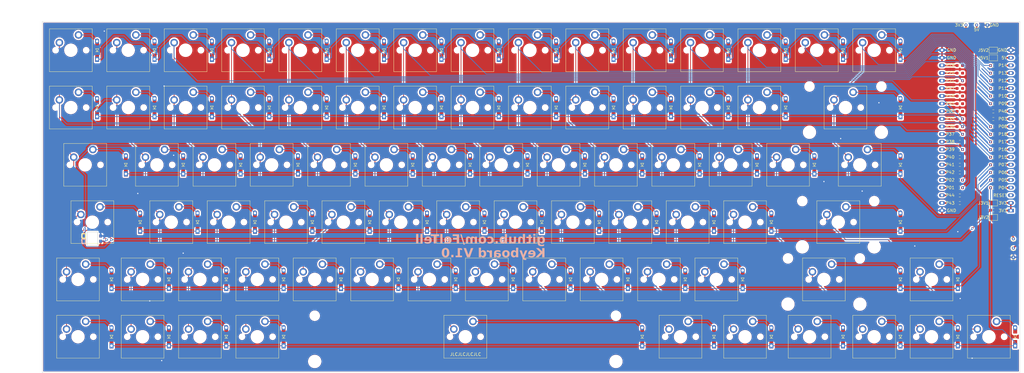
<source format=kicad_pcb>
(kicad_pcb (version 20221018) (generator pcbnew)
  (title_block (title "Keyboard-FT") (date "2024-01-23") (rev "V1.0"))
  (layers (0 "F.Cu" signal) (31 "B.Cu" signal) (34 "B.Paste" user) (35 "F.Paste" user) (36 "B.SilkS" user "B.Silkscreen") (37 "F.SilkS" user "F.Silkscreen") (38 "B.Mask" user) (39 "F.Mask" user) (44 "Edge.Cuts" user))
  (net 0 "")
  (net 1 "Net-(D2-A)")
  (net 2 "Net-(D3-A)")
  (net 3 "Net-(D4-A)")
  (net 4 "Net-(D5-A)")
  (net 5 "Net-(D6-A)")
  (net 6 "Net-(D7-A)")
  (net 7 "Net-(D8-A)")
  (net 8 "Net-(D9-A)")
  (net 9 "Net-(D10-A)")
  (net 10 "Net-(D11-A)")
  (net 11 "Net-(D12-A)")
  (net 12 "Net-(D13-A)")
  (net 13 "Net-(D14-A)")
  (net 14 "Net-(D15-A)")
  (net 15 "Net-(D16-A)")
  (net 16 "Net-(D17-A)")
  (net 17 "Net-(D18-A)")
  (net 18 "Net-(D19-A)")
  (net 19 "Net-(D20-A)")
  (net 20 "Net-(D21-A)")
  (net 21 "Net-(D22-A)")
  (net 22 "Net-(D23-A)")
  (net 23 "Net-(D24-A)")
  (net 24 "Net-(D25-A)")
  (net 25 "Net-(D26-A)")
  (net 26 "Net-(D27-A)")
  (net 27 "Net-(D28-A)")
  (net 28 "Net-(D29-A)")
  (net 29 "Net-(D30-A)")
  (net 30 "Net-(D31-A)")
  (net 31 "Net-(D32-A)")
  (net 32 "Net-(D33-A)")
  (net 33 "Net-(D34-A)")
  (net 34 "Net-(D35-A)")
  (net 35 "Net-(D36-A)")
  (net 36 "Net-(D37-A)")
  (net 37 "Net-(D38-A)")
  (net 38 "Net-(D39-A)")
  (net 39 "Net-(D40-A)")
  (net 40 "Net-(D41-A)")
  (net 41 "Net-(D42-A)")
  (net 42 "Net-(D43-A)")
  (net 43 "Net-(D44-A)")
  (net 44 "Net-(D45-A)")
  (net 45 "Net-(D46-A)")
  (net 46 "Net-(D47-A)")
  (net 47 "Net-(D48-A)")
  (net 48 "Net-(D49-A)")
  (net 49 "Net-(D50-A)")
  (net 50 "Net-(D51-A)")
  (net 51 "Net-(D52-A)")
  (net 52 "Net-(D53-A)")
  (net 53 "Net-(D54-A)")
  (net 54 "Net-(D55-A)")
  (net 55 "Net-(D56-A)")
  (net 56 "Net-(D57-A)")
  (net 57 "Net-(D58-A)")
  (net 58 "Net-(D59-A)")
  (net 59 "Net-(D60-A)")
  (net 60 "Net-(D61-A)")
  (net 61 "Net-(D62-A)")
  (net 62 "Net-(D63-A)")
  (net 63 "Net-(D64-A)")
  (net 64 "Net-(D65-A)")
  (net 65 "Net-(D66-A)")
  (net 66 "Net-(D67-A)")
  (net 67 "Net-(D68-A)")
  (net 68 "Net-(D69-A)")
  (net 69 "Net-(D70-A)")
  (net 70 "Net-(D71-A)")
  (net 71 "Net-(D72-A)")
  (net 72 "Net-(D73-A)")
  (net 73 "Net-(D74-A)")
  (net 74 "Net-(D75-A)")
  (net 75 "Net-(D76-A)")
  (net 76 "Net-(D77-A)")
  (net 77 "Net-(D78-A)")
  (net 78 "Net-(D79-A)")
  (net 79 "Net-(D80-A)")
  (net 80 "Net-(D81-A)")
  (net 82 "/LED1?")
  (net 83 "/LED2?")
  (net 84 "Net-(D1-A)")
  (net 85 "/1")
  (net 86 "/2")
  (net 87 "/3")
  (net 88 "/4")
  (net 89 "/5")
  (net 90 "/6")
  (net 91 "/a")
  (net 92 "/b")
  (net 93 "/c")
  (net 94 "/d")
  (net 95 "/e")
  (net 96 "/f")
  (net 97 "/g")
  (net 98 "/h")
  (net 99 "/i")
  (net 100 "/j")
  (net 101 "/k")
  (net 102 "/l")
  (net 103 "/m")
  (net 104 "/n")
  (net 105 "/o")
  (net 106 "Net-(U1-GPIO15{slash}ADC2_CH4{slash}32K_P)")
  (net 107 "Net-(U1-GPIO16{slash}ADC2_CH5{slash}32K_N)")
  (net 108 "Net-(U1-GPIO1{slash}ADC1_CH0)")
  (net 109 "Net-(U1-GPIO2{slash}ADC1_CH1)")
  (net 110 "Net-(U1-GPIO4{slash}ADC1_CH3)")
  (net 111 "Net-(U1-GPIO5{slash}ADC1_CH4)")
  (net 112 "Net-(U1-GPIO6{slash}ADC1_CH5)")
  (net 113 "Net-(U1-GPIO7{slash}ADC1_CH6)")
  (net 114 "Net-(U1-GPIO8{slash}ADC1_CH7)")
  (net 115 "Net-(U1-GPIO9{slash}ADC1_CH8)")
  (net 116 "Net-(U1-GPIO10{slash}ADC1_CH9)")
  (net 117 "Net-(U1-GPIO11{slash}ADC2_CH0)")
  (net 118 "Net-(U1-GPIO12{slash}ADC2_CH1)")
  (net 119 "Net-(U1-GPIO13{slash}ADC2_CH2)")
  (net 120 "Net-(U1-GPIO14{slash}ADC2_CH3)")
  (net 121 "Net-(U1-GPIO17{slash}ADC2_CH6)")
  (net 122 "Net-(U1-GPIO18{slash}ADC2_CH7)")
  (net 123 "Net-(U1-GPIO21)")
  (net 124 "Net-(U1-GPIO35)")
  (net 125 "Net-(U1-GPIO36)")
  (net 126 "Net-(U1-GPIO37)")
  (net 127 "Net-(U1-GPIO43{slash}U0TXD)")
  (net 129 "Net-(U1-GPIO44{slash}U0RXD)")
  (net 131 "Net-(U1-GPIO20{slash}USB_D+)")
  (net 133 "Net-(U1-GPIO19{slash}USB_D-)")
  (net 135 "Net-(U1-GPIO39{slash}MTCK)")
  (net 138 "Net-(U1-GPIO40{slash}MTDO)")
  (net 140 "Net-(U1-GPIO41{slash}MTDI)")
  (net 142 "Net-(U1-GPIO42{slash}MTMS)")
  (net 143 "Net-(U1-GPIO3{slash}ADC1_CH2)")
  (net 146 "Net-(U1-GPIO45)")
  (net 148 "Net-(U1-GPIO46)")
  (net 150 "Net-(U1-GPIO47)")
  (net 153 "Net-(U1-GPIO0)")
  (net 154 "Net-(J3V1-A)")
  (net 155 "+3.3V")
  (net 156 "Net-(J5V1-A)")
  (net 157 "+5V")
  (net 158 "GND")
  (net 159 "Net-(J3V2-A)")
  (net 160 "Net-(J5V2-A)")
  (net 161 "/CAPS_LED")
  (net 162 "unconnected-(L1-DOUT-Pad1)")
  (net 163 "Net-(L1-VDD)")
  (footprint "kbd:D3_TH_SMD_v2" (layer "F.Cu") (at 65.88125 57.15 90)
    (fp_text reference "D17" hide)
    (fp_text value "D" hide)
  )
  (footprint "kbd:D3_TH_SMD_v2" (layer "F.Cu") (at 51.59375 133.35 90)
    (fp_text reference "D71" hide)
    (fp_text value "D" hide)
  )
  (footprint "PCM_Switch_Keyboard_Cherry_MX:SW_Cherry_MX_PCB_1.00u" (layer "F.Cu") (at 38.1 57.15)
    (fp_text reference "S16")
    (fp_text value "Key")
  )
  (footprint "kbd:D3_TH_SMD_v2" (layer "F.Cu") (at 199.23125 57.15 90)
    (fp_text reference "D24" hide)
    (fp_text value "D" hide)
  )
  (footprint "kbd:D3_TH_SMD_v2" (layer "F.Cu") (at 275.43125 38.1 90)
    (fp_text reference "D13" hide)
    (fp_text value "D" hide)
  )
  (footprint "Resistor_SMD:R_0603_1608Metric_Pad0.98x0.95mm_HandSolder" (layer "F.Cu") (at 344.36875 68.583796 180)
    (fp_text reference "R26")
    (fp_text value "330R")
  )
  (footprint "PCM_Switch_Keyboard_Cherry_MX:SW_Cherry_MX_PCB_1.00u" (layer "F.Cu") (at 261.9375 133.35)
    (fp_text reference "S77")
    (fp_text value "Key")
  )
  (footprint "Resistor_SMD:R_0603_1608Metric_Pad0.98x0.95mm_HandSolder" (layer "F.Cu") (at 333.248 53.34)
    (fp_text reference "R36")
    (fp_text value "330R")
  )
  (footprint "kbd:D3_TH_SMD_v2" (layer "F.Cu") (at 256.38125 38.1 90)
    (fp_text reference "D12" hide)
    (fp_text value "D" hide)
  )
  (footprint "kbd:D3_TH_SMD_v2" (layer "F.Cu") (at 51.59375 114.3 90)
    (fp_text reference "D57" hide)
    (fp_text value "D" hide)
  )
  (footprint "kbd:D3_TH_SMD_v2" (layer "F.Cu") (at 161.13125 57.15 90)
    (fp_text reference "D22" hide)
    (fp_text value "D" hide)
  )
  (footprint "Resistor_SMD:R_0603_1608Metric_Pad0.98x0.95mm_HandSolder" (layer "F.Cu") (at 333.248 63.5)
    (fp_text reference "R30")
    (fp_text value "330R")
  )
  (footprint "kbd:D3_TH_SMD_v2" (layer "F.Cu") (at 108.74375 114.3 90)
    (fp_text reference "D60" hide)
    (fp_text value "D" hide)
  )
  (footprint "Jumper:SolderJumper-2_P1.3mm_Open_TrianglePad1.0x1.5mm" (layer "F.Cu") (at 344.36875 88.9)
    (fp_text reference "J3V1")
    (fp_text value "Jumper_2_Open")
  )
  (footprint "PCM_Switch_Keyboard_Cherry_MX:SW_Cherry_MX_PCB_1.00u" (layer "F.Cu") (at 95.25 57.15)
    (fp_text reference "S19")
    (fp_text value "Key")
  )
  (footprint "kbd:D3_TH_SMD_v2" (layer "F.Cu") (at 199.23125 38.1 90)
    (fp_text reference "D9" hide)
    (fp_text value "D" hide)
  )
  (footprint "Resistor_SMD:R_0603_1608Metric_Pad0.98x0.95mm_HandSolder" (layer "F.Cu") (at 344.36875 76.203796 180)
    (fp_text reference "R18")
    (fp_text value "330R")
  )
  (footprint "kbd:D3_TH_SMD_v2" (layer "F.Cu") (at 84.93125 38.1 90)
    (fp_text reference "D3" hide)
    (fp_text value "D" hide)
  )
  (footprint "kbd:D3_TH_SMD_v2" (layer "F.Cu") (at 113.50625 76.2 90)
    (fp_text reference "D33" hide)
    (fp_text value "D" hide)
  )
  (footprint "kbd:D3_TH_SMD_v2" (layer "F.Cu") (at 218.28125 38.1 90)
    (fp_text reference "D10" hide)
    (fp_text value "D" hide)
  )
  (footprint "PCM_Switch_Keyboard_Cherry_MX:SW_Cherry_MX_PCB_1.00u" (layer "F.Cu") (at 100.0125 133.35)
    (fp_text reference "S74")
    (fp_text value "Key")
  )
  (footprint "kbd:D3_TH_SMD_v2" (layer "F.Cu") (at 313.53125 57.15 90)
    (fp_text reference "D29" hide)
    (fp_text value "D" hide)
  )
  (footprint "Resistor_SMD:R_0603_1608Metric_Pad0.98x0.95mm_HandSolder" (layer "F.Cu") (at 333.248 86.36)
    (fp_text reference "R2")
    (fp_text value "330R")
  )
  (footprint "kbd:D3_TH_SMD_v2" (layer "F.Cu") (at 313.53125 76.2 90)
    (fp_text reference "D43" hide)
    (fp_text value "D" hide)
  )
  (footprint "PCM_Switch_Keyboard_Cherry_MX:SW_Cherry_MX_PCB_1.00u" (layer "F.Cu") (at 323.85 133.35)
    (fp_text reference "S80")
    (fp_text value "Key")
  )
  (footprint "Resistor_SMD:R_0603_1608Metric_Pad0.98x0.95mm_HandSolder" (layer "F.Cu") (at 344.36875 45.723796 180)
    (fp_text reference "R24")
    (fp_text value "330R")
  )
  (footprint "PCM_Switch_Keyboard_Cherry_MX:SW_Cherry_MX_PCB_1.00u" (layer "F.Cu") (at 90.4875 95.25)
    (fp_text reference "S46")
    (fp_text value "Key")
  )
  (footprint "kbd:D3_TH_SMD_v2" (layer "F.Cu") (at 256.38125 57.15 90)
    (fp_text reference "D27" hide)
    (fp_text value "D" hide)
  )
  (footprint "kbd:D3_TH_SMD_v2" (layer "F.Cu") (at 294.48125 133.35 90)
    (fp_text reference "D78" hide)
    (fp_text value "D" hide)
  )
  (footprint "Jumper:SolderJumper-2_P1.3mm_Open_TrianglePad1.0x1.5mm" (layer "F.Cu") (at 344.36875 38.1)
    (fp_text reference "J5V2")
    (fp_text value "Jumper_2_Open")
  )
  (footprint "kbd:D3_TH_SMD_v2" (layer "F.Cu") (at 184.94375 114.3 90)
    (fp_text reference "D64" hide)
    (fp_text value "D" hide)
  )
  (footprint "PCM_Switch_Keyboard_Cherry_MX:SW_Cherry_MX_PCB_1.00u" (layer "F.Cu") (at 219.075 76.2)
    (fp_text reference "S39")
    (fp_text value "Key")
  )
  (footprint "PCM_Switch_Keyboard_Cherry_MX:SW_Cherry_MX_PCB_1.00u" (layer "F.Cu") (at 276.225 76.2)
    (fp_text reference "S42")
    (fp_text value "Key")
  )
  (footprint "PCM_Switch_Keyboard_Cherry_MX:SW_Cherry_MX_PCB_1.50u" (layer "F.Cu") (at 42.8625 76.2)
    (fp_text reference "S30")
    (fp_text value "Key")
  )
  (footprint "PCM_Mounting_Keyboard_Stabilizer:Stabilizer_Cherry_MX_2.00u" (layer "F.Cu") (at 288.13125 114.3)
    (fp_text reference "H4")
    (fp_text value "Stabilizer 2u")
  )
  (footprint "kbd:D3_TH_SMD_v2" (layer "F.Cu") (at 61.11875 95.25 90)
    (fp_text reference "D44" hide)
    (fp_text value "D" hide)
  )
  (footprint "PCM_Switch_Keyboard_Cherry_MX:SW_Cherry_MX_PCB_1.00u" (layer "F.Cu") (at 161.925 76.2)
    (fp_text reference "S36")
    (fp_text value "Key")
  )
  (footprint "kbd:D3_TH_SMD_v2" (layer "F.Cu") (at 75.40625 76.2 90)
    (fp_text reference "D31" hide)
    (fp_text value "D" hide)
  )
  (footprint "PCM_Switch_Keyboard_Cherry_MX:SW_Cherry_MX_PCB_1.50u" (layer "F.Cu") (at 300.0375 76.2)
    (fp_text reference "S43")
    (fp_text value "Key")
  )
  (footprint "PCM_Switch_Keyboard_Cherry_MX:SW_Cherry_MX_PCB_1.00u" (layer "F.Cu") (at 85.78125 76.2)
    (fp_text reference "S32")
    (fp_text value "Key")
  )
  (footprint "Resistor_SMD:R_0603_1608Metric_Pad0.98x0.95mm_HandSolder" (layer "F.Cu") (at 344.36875 73.663796)
    (fp_text reference "R3")
    (fp_text value "330R")
  )
  (footprint "PCM_Switch_Keyboard_Cherry_MX:SW_Cherry_MX_PCB_1.00u" (layer "F.Cu") (at 171.45 57.15)
    (fp_text reference "S23")
    (fp_text value "Key")
  )
  (footprint "PCM_Espressif:ESP32-S3-DevKitC" (layer "F.Cu") (at 350.192731 91.395876 180)
    (fp_text reference "U1" hide)
    (fp_text value "ESP32-S3-DevKitC" hide)
  )
  (footprint "PCM_Switch_Keyboard_Cherry_MX:SW_Cherry_MX_PCB_1.00u" (layer "F.Cu") (at 71.4375 95.25)
    (fp_text reference "S45")
    (fp_text value "Key")
  )
  (footprint "Resistor_SMD:R_0603_1608Metric_Pad0.98x0.95mm_HandSolder" (layer "F.Cu") (at 344.36875 43.183796 180)
    (fp_text reference "R25")
    (fp_text value "330R")
  )
  (footprint "kbd:D3_TH_SMD_v2" (layer "F.Cu") (at 132.55625 76.2 90)
    (fp_text reference "D34" hide)
    (fp_text value "D" hide)
  )
  (footprint "Resistor_SMD:R_0603_1608Metric_Pad0.98x0.95mm_HandSolder" (layer "F.Cu") (at 344.36875 78.743796 180)
    (fp_text reference "R17")
    (fp_text value "330R")
  )
  (footprint "kbd:D3_TH_SMD_v2" (layer "F.Cu") (at 165.89375 114.3 90)
    (fp_text reference "D63" hide)
    (fp_text value "D" hide)
  )
  (footprint "Resistor_SMD:R_0603_1608Metric_Pad0.98x0.95mm_HandSolder" (layer "F.Cu") (at 333.248 43.18)
    (fp_text reference "R6")
    (fp_text value "330R")
  )
  (footprint "kbd:D3_TH_SMD_v2" (layer "F.Cu") (at 270.66875 133.35 90)
    (fp_text reference "D77" hide)
    (fp_text value "D" hide)
  )
  (footprint "kbd:D3_TH_SMD_v2" (layer "F.Cu") (at 208.75625 76.2 90)
    (fp_text reference "D38" hide)
    (fp_text value "D" hide)
  )
  (footprint "PCM_Switch_Keyboard_Cherry_MX:SW_Cherry_MX_PCB_1.00u" (layer "F.Cu") (at 228.6 57.15)
    (fp_text reference "S26")
    (fp_text value "Key")
  )
  (footprint "kbd:D3_TH_SMD_v2" (layer "F.Cu") (at 151.60625 76.2 90)
    (fp_text reference "D35" hide)
    (fp_text value "D" hide)
  )
  (footprint "kbd:D3_TH_SMD_v2" (layer "F.Cu") (at 46.83125 57.15 90)
    (fp_text reference "D16" hide)
    (fp_text value "D" hide)
  )
  (footprint "Connector_PinHeader_1.00mm:PinHeader_1x01_P1.00mm_Vertical" (layer "F.Cu") (at 342.392 29.718)
    (fp_text reference "GND")
    (fp_text value "TestPoint")
  )
  (footprint "PCM_Switch_Keyboard_Cherry_MX:SW_Cherry_MX_PCB_1.00u" (layer "F.Cu") (at 261.9375 95.25)
    (fp_text reference "S55")
    (fp_text value "Key")
  )
  (footprint "kbd:D3_TH_SMD_v2" (layer "F.Cu") (at 227.80625 76.2 90)
    (fp_text reference "D39" hide)
    (fp_text value "D" hide)
  )
  (footprint "PCM_Switch_Keyboard_Cherry_MX:SW_Cherry_MX_PCB_2.00u" (layer "F.Cu") (at 295.275 57.15)
    (fp_text reference "S29")
    (fp_text value "Key")
  )
  (footprint "PCM_Switch_Keyboard_Cherry_MX:SW_Cherry_MX_PCB_1.00u" (layer "F.Cu") (at 266.7 38.1)
    (fp_text reference "S13")
    (fp_text value "Key")
  )
  (footprint "Resistor_SMD:R_0603_1608Metric_Pad0.98x0.95mm_HandSolder" (layer "F.Cu") (at 344.36875 71.123796)
    (fp_text reference "R5")
    (fp_text value "330R")
  )
  (footprint "Resistor_SMD:R_0603_1608Metric_Pad0.98x0.95mm_HandSolder" (layer "F.Cu") (at 344.36875 55.883796 180)
    (fp_text reference "R20")
    (fp_text value "330R")
  )
  (footprint "kbd:D3_TH_SMD_v2" (layer "F.Cu") (at 142.08125 57.15 90)
    (fp_text reference "D21" hide)
    (fp_text value "D" hide)
  )
  (footprint "kbd:D3_TH_SMD_v2" (layer "F.Cu") (at 137.31875 95.25 90)
    (fp_text reference "D48" hide)
    (fp_text value "D" hide)
  )
  (footprint "kbd:D3_TH_SMD_v2" (layer "F.Cu") (at 246.85625 76.2 90)
    (fp_text reference "D40" hide)
    (fp_text value "D" hide)
  )
  (footprint "kbd:D3_TH_SMD_v2" (layer "F.Cu") (at 80.16875 95.25 90)
    (fp_text reference "D45" hide)
    (fp_text value "D" hide)
  )
  (footprint "PCM_Switch_Keyboard_Cherry_MX:SW_Cherry_MX_PCB_2.75u" (layer "F.Cu") (at 288.13125 114.3)
    (fp_text reference "S69")
    (fp_text value "Key")
  )
  (footprint "Resistor_SMD:R_0603_1608Metric_Pad0.98x0.95mm_HandSolder" (layer "F.Cu") (at 344.36875 48.263796 180)
    (fp_text reference "R23")
    (fp_text value "330R")
  )
  (footprint "PCM_Switch_Keyboard_Cherry_MX:SW_Cherry_MX_PCB_1.00u" (layer "F.Cu") (at 209.55 57.15)
    (fp_text reference "S25")
    (fp_text value "Key")
  )
  (footprint "kbd:D3_TH_SMD_v2" (layer "F.Cu") (at 237.33125 57.15 90)
    (fp_text reference "D26" hide)
    (fp_text value "D" hide)
  )
  (footprint "PCM_Switch_Keyboard_Cherry_MX:SW_Cherry_MX_PCB_1.00u" (layer "F.Cu") (at 247.65 38.1)
    (fp_text reference "S12")
    (fp_text value "Key")
  )
  (footprint "PCM_Switch_Keyboard_Cherry_MX:SW_Cherry_MX_PCB_1.00u" (layer "F.Cu") (at 323.85 114.3)
    (fp_text reference "S70")
    (fp_text value "Key")
  )
  (footprint "PCM_Switch_Keyboard_Cherry_MX:SW_Cherry_MX_PCB_2.25u" (layer "F.Cu") (at 292.89375 95.25)
    (fp_text reference "S56")
    (fp_text value "Key")
  )
  (footprint "kbd:D3_TH_SMD_v2" (layer "F.Cu") (at 146.84375 114.3 90)
    (fp_text reference "D62" hide)
    (fp_text value "D" hide)
  )
  (footprint "PCM_Switch_Keyboard_Cherry_MX:SW_Cherry_MX_PCB_1.00u" (layer "F.Cu") (at 257.175 76.2)
    (fp_text reference "S41")
    (fp_text value "Key")
  )
  (footprint "kbd:D3_TH_SMD_v2" (layer "F.Cu") (at 242.09375 114.3 90)
    (fp_text reference "D67" hide)
    (fp_text value "D" hide)
  )
  (footprint "PCM_Switch_Keyboard_Cherry_MX:SW_Cherry_MX_PCB_1.00u" (layer "F.Cu") (at 214.3125 114.3)
    (fp_text reference "S66")
    (fp_text value "Key")
  )
  (footprint "PCM_Switch_Keyboard_Cherry_MX:SW_Cherry_MX_PCB_1.00u" (layer "F.Cu") (at 209.55 38.1)
    (fp_text reference "S10")
    (fp_text value "Key")
  )
  (footprint "PCM_Switch_Keyboard_Cherry_MX:SW_Cherry_MX_PCB_1.00u" (layer "F.Cu") (at 119.0625 114.3)
    (fp_text reference "S61")
    (fp_text value "Key")
  )
  (footprint "PCM_Switch_Keyboard_Cherry_MX:SW_Cherry_MX_PCB_1.00u" (layer "F.Cu") (at 304.8 38.1)
    (fp_text reference "S15")
    (fp_text value "Key")
  )
  (footprint "PCM_Switch_Keyboard_Cherry_MX:SW_Cherry_MX_PCB_1.00u" (layer "F.Cu") (at 233.3625 114.3)
    (fp_text reference "S67")
    (fp_text value "Key")
  )
  (footprint "PCM_Switch_Keyboard_Cherry_MX:SW_Cherry_MX_PCB_1.00u" (layer "F.Cu") (at 166.6875 95.25)
    (fp_text reference "S50")
    (fp_text value "Key")
  )
  (footprint "PCM_Switch_Keyboard_Cherry_MX:SW_Cherry_MX_PCB_1.00u" (layer "F.Cu") (at 204.7875 95.25)
    (fp_text reference "S52")
    (fp_text value "Key")
  )
  (footprint "PCM_Switch_Keyboard_Cherry_MX:SW_Cherry_MX_PCB_1.00u" (layer "F.Cu") (at 80.9625 133.35)
    (fp_text reference "S73")
    (fp_text value "Key")
  )
  (footprint "PCM_Switch_Keyboard_Cherry_MX:SW_Cherry_MX_PCB_1.00u" (layer "F.Cu") (at 80.9625 114.3)
    (fp_text reference "S59")
    (fp_text value "Key")
  )
  (footprint "Resistor_SMD:R_0603_1608Metric_Pad0.98x0.95mm_HandSolder" (layer "F.Cu") (at 333.248 58.42)
    (fp_text reference "R8")
    (fp_text value "330R")
  )
  (footprint "Resistor_SMD:R_0603_1608Metric_Pad0.98x0.95mm_HandSolder" (layer "F.Cu") (at 333.248 68.58)
    (fp_text reference "R32")
    (fp_text value "330R")
  )
  (footprint "PCM_Switch_Keyboard_Cherry_MX:SW_Cherry_MX_PCB_1.00u" (layer "F.Cu") (at 142.875 76.2)
    (fp_text reference "S35")
    (fp_text value "Key")
  )
  (footprint "Resistor_SMD:R_0603_1608Metric_Pad0.98x0.95mm_HandSolder" (layer "F.Cu") (at 333.248 66.04)
    (fp_text reference "R31")
    (fp_text value "330R")
  )
  (footprint "kbd:D3_TH_SMD_v2" (layer "F.Cu") (at 65.88125 38.1 90)
    (fp_text reference "D2" hide)
    (fp_text value "D" hide)
  )
  (footprint "PCM_Switch_Keyboard_Cherry_MX:SW_Cherry_MX_PCB_1.00u" (layer "F.Cu") (at 109.5375 95.25)
    (fp_text reference "S47")
    (fp_text value "Key")
  )
  (footprint "Resistor_SMD:R_0603_1608Metric_Pad0.98x0.95mm_HandSolder" (layer "F.Cu") (at 333.248 45.72)
    (fp_text reference "R4")
    (fp_text value "330R")
  )
  (footprint "PCM_Switch_Keyboard_Cherry_MX:SW_Cherry_MX_PCB_1.00u" (layer "F.Cu") (at 123.825 76.2)
    (fp_text reference "S34")
    (fp_text value "Key")
  )
  (footprint "kbd:D3_TH_SMD_v2" (layer "F.Cu") (at 46.83125 38.1 90)
    (fp_text reference "D1" hide)
    (fp_text value "D" hide)
  )
  (footprint "PCM_Switch_Keyboard_Cherry_MX:SW_Cherry_MX_PCB_1.00u" (layer "F.Cu") (at 100.0125 114.3)
    (fp_text reference "S60")
    (fp_text value "Key")
  )
  (footprint "Resistor_SMD:R_0603_1608Metric_Pad0.98x0.95mm_HandSolder" (layer "F.Cu") (at 344.36875 60.963796 180)
    (fp_text reference "R14")
    (fp_text value "330R")
  )
  (footprint "PCM_Switch_Keyboard_Cherry_MX:SW_Cherry_MX_PCB_1.00u" (layer "F.Cu") (at 128.5875 95.25)
    (fp_text reference "S48")
    (fp_text value "Key")
  )
  (footprint "PCM_Switch_Keyboard_Cherry_MX:SW_Cherry_MX_PCB_1.00u" (layer "F.Cu") (at 152.4 38.1)
    (fp_text reference "S7")
    (fp_text value "Key")
  )
  (footprint "PCM_Switch_Keyboard_Cherry_MX:SW_Cherry_MX_PCB_1.00u" (layer "F.Cu") (at 133.35 38.1)
    (fp_text reference "S6")
    (fp_text value "Key")
  )
  (footprint "PCM_Switch_Keyboard_Cherry_MX:SW_Cherry_MX_PCB_1.00u" (layer "F.Cu") (at 228.6 38.1)
    (fp_text reference "S11")
    (fp_text value "Key")
  )
  (footprint "PCM_Switch_Keyboard_Cherry_MX:SW_Cherry_MX_PCB_1.00u" (layer "F.Cu") (at 157.1625 114.3)
    (fp_text reference "S63")
    (fp_text value "Key")
  )
  (footprint "PCM_Switch_Keyboard_Cherry_MX:SW_Cherry_MX_PCB_1.00u" (layer "F.Cu") (at 200.025 76.2)
    (fp_text reference "S38")
    (fp_text value "Key")
  )
  (footprint "PCM_Switch_Keyboard_Cherry_MX:SW_Cherry_MX_PCB_1.00u" (layer "F.Cu") (at 152.4 57.15)
    (fp_text reference "S22")
    (fp_text value "Key")
  )
  (footprint "kbd:D3_TH_SMD_v2" (layer "F.Cu") (at 313.53125 38.1 90)
    (fp_text reference "D15" hide)
    (fp_text value "D" hide)
  )
  (footprint "Connector_PinHeader_1.00mm:PinHeader_1x01_P1.00mm_Vertical" (layer "F.Cu") (at 338.836 29.718)
    (fp_text reference "5V")
    (fp_text value "TestPoint")
  )
  (footprint "PCM_Switch_Keyboard_Cherry_MX:SW_Cherry_MX_PCB_1.00u" (layer "F.Cu") (at 190.5 57.15)
    (fp_text reference "S24")
    (fp_text value "Key")
  )
  (footprint "kbd:D3_TH_SMD_v2" (layer "F.Cu") (at 223.04375 114.3 90)
    (fp_text reference "D66" hide)
    (fp_text value "D" hide)
  )
  (footprint "PCM_Switch_Keyboard_Cherry_MX:SW_Cherry_MX_PCB_1.00u" (layer "F.Cu") (at 138.1125 114.3)
    (fp_text reference "S62")
    (fp_text value "Key")
  )
  (footprint "Resistor_SMD:R_0603_1608Metric_Pad0.98x0.95mm_HandSolder" (layer "F.Cu") (at 344.36875 66.043796 180)
    (fp_text reference "R27")
    (fp_text value "330R")
  )
  (footprint "PCM_Switch_Keyboard_Cherry_MX:SW_Cherry_MX_PCB_1.00u" (layer "F.Cu") (at 76.2 38.1)
    (fp_text reference "S3")
    (fp_text value "Key")
  )
  (footprint "kbd:D3_TH_SMD_v2" (layer "F.Cu") (at 123.03125 57.15 90)
    (fp_text reference "D20" hide)
    (fp_text value "D" hide)
  )
  (footprint "kbd:D3_TH_SMD_v2" (layer "F.Cu") (at 232.56875 95.25 90)
    (fp_text reference "D53" hide)
    (fp_text value "D" hide)
  )
  (footprint "PCM_Switch_Keyboard_Cherry_MX:SW_Cherry_MX_PCB_1.00u" (layer "F.Cu") (at 180.975 76.2)
    (fp_text reference "S37")
    (fp_text value "Key")
  )
  (footprint "PCM_Mounting_Keyboard_Stabilizer:Stabilizer_Cherry_MX_2.00u" (layer "F.Cu") (at 295.275 57.15)
    (fp_text reference "H2")
    (fp_text value "Stabilizer 2u")
  )
  (footprint "kbd:D3_TH_SMD_v2" (layer "F.Cu") (at 203.99375 114.3 90)
    (fp_text reference "D65" hide)
    (fp_text value "D" hide)
  )
  (footprint "kbd:D3_TH_SMD_v2" (layer "F.Cu") (at 89.69375 133.35 90)
    (fp_text reference "D73" hide)
    (fp_text value "D" hide)
  )
  (footprint "kbd:D3_TH_SMD_v2" (layer "F.Cu") (at 99.21875 95.25 90)
    (fp_text reference "D46" hide)
    (fp_text value "D" hide)
  )
  (footprint "PCM_Switch_Keyboard_Cherry_MX:SW_Cherry_MX_PCB_1.00u" (layer "F.Cu") (at 66.675 76.2)
    (fp_text reference "S31")
    (fp_text value "Key")
  )
  (footprint "kbd:D3_TH_SMD_v2" (layer "F.Cu") (at 161.13125 38.1 90)
    (fp_text reference "D7" hide)
    (fp_text value "D" hide)
  )
  (footprint "PCM_Switch_Keyboard_Cherry_MX:SW_Cherry_MX_PCB_1.00u" (layer "F.Cu") (at 114.3 38.1)
    (fp_text reference "S5")
    (fp_text value "Key")
  )
  (footprint "PCM_Switch_Keyboard_Cherry_MX:SW_Cherry_MX_PCB_1.25u" (layer "F.Cu") (at 40.48125 133.35)
    (fp_text reference "S71")
    (fp_text value "Key")
  )
  (footprint "kbd:D3_TH_SMD_v2" (layer "F.Cu") (at 180.18125 38.1 90)
    (fp_text reference "D8" hide)
    (fp_text value "D" hide)
  )
  (footprint "kbd:D3_TH_SMD_v2" (layer "F.Cu") (at 313.53125 133.35 90)
    (fp_text reference "D79" hide)
    (fp_text value "D" hide)
  )
  (footprint "Connector_PinHeader_1.00mm:PinHeader_1x01_P1.00mm_Vertical" (layer "F.Cu") (at 351.028 100.80625)
    (fp_text reference "3V3-2" hide)
    (fp_text value "TestPoint")
  )
  (footprint "kbd:D3_TH_SMD_v2" (layer "F.Cu") (at 261.14375 114.3 90)
    (fp_text reference "D68" hide)
    (fp_text value "D" hide)
  )
  (footprint "Resistor_SMD:R_0603_1608Metric_Pad0.98x0.95mm_HandSolder" (layer "F.Cu") (at 333.248 88.9)
    (fp_text reference "R1")
    (fp_text value "330R")
  )
  (footprint "Jumper:SolderJumper-2_P1.3mm_Open_TrianglePad1.0x1.5mm" (layer "F.Cu") (at 344.36875 93.6625)
    (fp_text reference "J3V2")
    (fp_text value "Jumper_2_Open")
  )
  (footprint "kbd:D3_TH_SMD_v2" (layer "F.Cu") (at 313.53125 95.25 90)
    (fp_text reference "D56" hide)
    (fp_text value "D" hide)
  )
  (footprint "kbd:D3_TH_SMD_v2" (layer "F.Cu") (at 94.45625 76.2 90)
    (fp_text reference "D32" hide)
    (fp_text value "D" hide)
  )
  (footprint "kbd:D3_TH_SMD_v2" (layer "F.Cu") (at 213.51875 95.25 90)
    (fp_text reference "D52" hide)
    (fp_text value "D" hide)
  )
  (footprint "kbd:D3_TH_SMD_v2" (layer "F.Cu") (at 127.79375 114.3 90)
    (fp_text reference "D61" hide)
    (fp_text value "D" hide)
  )
  (footprint "kbd:D3_TH_SMD_v2" (layer "F.Cu") (at 227.80625 133.35 90)
    (fp_text reference "D75" hide)
    (fp_text value "D" hide)
  )
  (footprint "PCM_Mounting_Keyboard_Stabilizer:Stabilizer_Cherry_MX_2.00u" (layer "F.Cu") (at 292.89375 95.25)
    (fp_text reference "H3")
    (fp_text value "Stabilizer 2u")
  )
  (footprint "PCM_Switch_Keyboard_Cherry_MX:SW_Cherry_MX_PCB_1.00u" (layer "F.Cu") (at 38.1 38.1)
    (fp_text reference "S1")
    (fp_text value "Key")
  )
  (footprint "Connector_PinHeader_1.00mm:PinHeader_1x01_P1.00mm_Vertical" (layer "F.Cu") (at 351.028 103.886)
    (fp_text reference "5V-2" hide)
    (fp_text value "TestPoint")
  )
  (footprint "PCM_Switch_Keyboard_Cherry_MX:SW_Cherry_MX_PCB_1.00u" (layer "F.Cu") (at 57.15 57.15)
    (fp_text reference "S17")
    (fp_text value "Key")
  )
  (footprint "Resistor_SMD:R_0603_1608Metric_Pad0.98x0.95mm_HandSolder" (layer "F.Cu") (at 344.36875 83.823796 180)
    (fp_text reference "R15")
    (fp_text value "330R")
  )
  (footprint "kbd:D3_TH_SMD_v2" (layer "F.Cu") (at 170.65625 76.2 90)
    (fp_text reference "D36" hide)
    (fp_text value "D" hide)
  )
  (footprint "kbd:D3_TH_SMD_v2" (layer "F.Cu") (at 123.03125 38.1 90)
    (fp_text reference "D5" hide)
    (fp_text value "D" hide)
  )
  (footprint "PCM_Switch_Keyboard_Cherry_MX:SW_Cherry_MX_PCB_1.00u" (layer "F.Cu") (at 285.75 38.1)
    (fp_text reference "S14")
    (fp_text value "Key")
  )
  (footprint "PCM_Switch_Keyboard_Cherry_MX:SW_Cherry_MX_PCB_1.00u" (layer "F.Cu") (at 171.45 38.1)
    (fp_text reference "S8")
    (fp_text value "Key")
  )
  (footprint "PCM_Switch_Keyboard_Cherry_MX:SW_Cherry_MX_PCB_1.00u" (layer "F.Cu") (at 95.25 38.1)
    (fp_text reference "S4")
    (fp_text value "Key")
  )
  (footprint "Resistor_SMD:R_0603_1608Metric_Pad0.98x0.95mm_HandSolder" (layer "F.Cu") (at 344.36875 81.283796 180)
    (fp_text reference "R16")
    (fp_text value "330R")
  )
  (footprint "PCM_Switch_Keyboard_Cherry_MX:SW_Cherry_MX_PCB_1.00u" (layer "F.Cu") (at 57.15 38.1)
    (fp_text reference "S2")
    (fp_text value "Key")
  )
  (footprint "PCM_Switch_Keyboard_Cherry_MX:SW_Cherry_MX_PCB_1.00u" (layer "F.Cu") (at 252.4125 114.3)
    (fp_text reference "S68")
    (fp_text value "Key")
  )
  (footprint "PCM_Switch_Keyboard_Cherry_MX:SW_Cherry_MX_PCB_1.25u" (layer "F.Cu") (at 40.48125 114.3)
    (fp_text reference "S57")
    (fp_text value "Key")
  )
  (footprint "Connector_PinHeader_1.00mm:PinHeader_1x01_P1.00mm_Vertical" (layer "F.Cu") (at 351.028 106.934)
    (fp_text reference "GND-2" hide)
    (fp_text value "TestPoint")
  )
  (footprint "Resistor_SMD:R_0603_1608Metric_Pad0.98x0.95mm_HandSolder" (layer "F.Cu") (at 344.36875 58.423796 180)
    (fp_text reference "R34")
    (fp_text value "330R")
  )
  (footprint "kbd:D3_TH_SMD_v2" (layer "F.Cu") (at 275.43125 57.15 90)
    (fp_text reference "D28" hide)
    (fp_text value "D" hide)
  )
  (footprint "kbd:D3_TH_SMD_v2" (layer "F.Cu") (at 103.98125 57.15 90)
    (fp_text reference "D19" hide)
    (fp_text value "D" hide)
  )
  (footprint "Resistor_SMD:R_0603_1608Metric_Pad0.98x0.95mm_HandSolder" (layer "F.Cu") (at 333.248 81.28)
    (fp_text reference "R12")
    (fp_text value "330R")
  )
  (footprint "PCM_Switch_Keyboard_Cherry_MX:SW_Cherry_MX_PCB_1.75u" (layer "F.Cu") (at 45.24375 95.25)
    (fp_text reference "S44")
    (fp_text value "Key")
  )
  (footprint "Resistor_SMD:R_0603_1608Metric_Pad0.98x0.95mm_HandSolder" (layer "F.Cu") (at 344.36875 91.28125)
    (fp_text reference "R37" hide)
    (fp_text value "330R")
  )
  (footprint "PCM_Switch_Keyboard_Cherry_MX:SW_Cherry_MX_PCB_1.00u" (layer "F.Cu") (at 190.5 38.1)
    (fp_text reference "S9")
    (fp_text value "Key")
  )
  (footprint "PCM_Switch_Keyboard_Cherry_MX:SW_Cherry_MX_PCB_1.25u" (layer "F.Cu") (at 283.36875 133.35)
    (fp_text reference "S78")
    (fp_text value "Key")
  )
  (footprint "Jumper:SolderJumper-2_P1.3mm_Open_TrianglePad1.0x1.5mm" (layer "F.Cu") (at 344.36875 40.64)
    (fp_text reference "J5V1")
    (fp_text value "Jumper_2_Open")
  )
  (footprint "Resistor_SMD:R_0603_1608Metric_Pad0.98x0.95mm_HandSolder" (layer "F.Cu") (at 333.248 50.8)
    (fp_text reference "R35")
    (fp_text value "330R")
  )
  (footprint "PCM_Switch_Keyboard_Cherry_MX:SW_Cherry_MX_PCB_1.25u" (layer "F.Cu") (at 240.50625 133.35)
    (fp_text reference "S76")
    (fp_text value "Key")
  )
  (footprint "Resistor_SMD:R_0603_1608Metric_Pad0.98x0.95mm_HandSolder" (layer "F.Cu") (at 344.36875 53.343796 180)
    (fp_text reference "R21")
    (fp_text value "330R")
  )
  (footprint "kbd:D3_TH_SMD_v2" (layer "F.Cu") (at 218.28125 57.15 90)
    (fp_text reference "D25" hide)
    (fp_text value "D" hide)
  )
  (footprint "PCM_Switch_Keyboard_Cherry_MX:SW_Cherry_MX_PCB_1.00u" (layer "F.Cu") (at 61.9125 114.3)
    (fp_text reference "S58")
    (fp_text value "Key")
  )
  (footprint "kbd:D3_TH_SMD_v2" (layer "F.Cu") (at 56.35625 76.2 90)
    (fp_text reference "D30" hide)
    (fp_text value "D" hide)
  )
  (footprint "PCM_Switch_Keyboard_Cherry_MX:SW_Cherry_MX_PCB_1.00u" (layer "F.Cu") (at 133.35 57.15)
    (fp_text reference "S21")
    (fp_text value "Key")
  )
  (footprint "Resistor_SMD:R_0603_1608Metric_Pad0.98x0.95mm_HandSolder" (layer "F.Cu") (at 333.248 73.66 180)
    (fp_text reference "R9")
    (fp_text value "330R")
  )
  (footprint "PCM_Switch_Keyboard_Cherry_MX:SW_Cherry_MX_PCB_1.00u" (layer "F.Cu") (at 238.125 76.2)
    (fp_text reference "S40")
    (fp_text value "Key")
  )
  (footprint "PCM_Switch_Keyboard_Cherry_MX:SW_Cherry_MX_PCB_1.00u" (layer "F.Cu") (at 76.2 57.15)
    (fp_text reference "S18")
    (fp_text value "Key")
  )
  (footprint "PCM_Switch_Keyboard_Cherry_MX:SW_Cherry_MX_PCB_1.00u" (layer "F.Cu") (at 147.6375 95.25)
    (fp_text reference "S49")
    (fp_text value "Key")
  )
  (footprint "PCM_Switch_Keyboard_Cherry_MX:SW_Cherry_MX_PCB_1.00u" (layer "F.Cu") (at 342.9 133.35)
    (fp_text reference "S81")
    (fp_text value "Key")
  )
  (footprint "PCM_Switch_Keyboard_Cherry_MX:SW_Cherry_MX_PCB_6.25u" (layer "F.Cu") (at 169.06875 133.35)
    (fp_text reference "S75")
    (fp_text value "Key")
  )
  (footprint "PCM_Switch_Keyboard_Cherry_MX:SW_Cherry_MX_PCB_1.00u" (layer "F.Cu") (at 195.2625 114.3)
    (fp_text reference "S65")
    (fp_text value "Key")
  )
  (footprint "kbd:D3_TH_SMD_v2" (layer "F.Cu") (at 294.48125 38.1 90)
    (fp_text reference "D14" hide)
    (fp_text value "D" hide)
  )
  (footprint "kbd:D3_TH_SMD_v2" (layer "F.Cu") (at 284.95625 76.2 90)
    (fp_text reference "D42" hide)
    (fp_text value "D" hide)
  )
  (footprint "PCM_Switch_Keyboard_Cherry_MX:SW_Cherry_MX_PCB_1.00u" (layer "F.Cu") (at 304.8 133.35)
    (fp_text reference "S79")
    (fp_text value "Key")
  )
  (footprint "kbd:D3_TH_SMD_v2" (layer "F.Cu") (at 189.70625 76.2 90)
    (fp_text reference "D37" hide)
    (fp_text value "D" hide)
  )
  (footprint "PCM_Switch_Keyboard_Cherry_MX:SW_Cherry_MX_PCB_1.00u" (layer "F.Cu") (at 185.7375 95.25)
    (fp_text reference "S51")
    (fp_text value "Key")
  )
  (footprint "PCM_Switch_Keyboard_Cherry_MX:SW_Cherry_MX_PCB_1.00u" (layer "F.Cu") (at 247.65 57.15)
    (fp_text reference "S27")
    (fp_text value "Key")
  )
  (footprint "PCM_Switch_Keyboard_Cherry_MX:SW_Cherry_MX_PCB_1.00u" (layer "F.Cu") (at 176.2125 114.3)
    (fp_text reference "S64")
    (fp_text value "Key")
  )
  (footprint "Resistor_SMD:R_0603_1608Metric_Pad0.98x0.95mm_HandSolder" (layer "F.Cu") (at 333.248 55.88)
    (fp_text reference "R33")
    (fp_text value "330R")
  )
  (footprint "kbd:D3_TH_SMD_v2" (layer "F.Cu") (at 265.90625 76.2 90)
    (fp_text reference "D41" hide)
    (fp_text value "D" hide)
  )
  (footprint "PCM_Mounting_Keyboard_Stabilizer:Stabilizer_Cherry_MX_6.25u" (layer "F.Cu") (at 169.06875 133.35)
    (fp_text reference "H1")
    (fp_text value "Stabilizer 6.5u")
  )
  (footprint "kbd:D3_TH_SMD_v2" (layer "F.Cu") (at 351.63125 133.35 90)
    (fp_text reference "D81" hide)
    (fp_text value "D" hide)
  )
  (footprint "Resistor_SMD:R_0603_1608Metric_Pad0.98x0.95mm_HandSolder" (layer "F.Cu") (at 333.248 60.96)
    (fp_text reference "R29")
    (fp_text value "330R")
  )
  (footprint "kbd:D3_TH_SMD_v2" (layer "F.Cu") (at 103.98125 38.1 90)
    (fp_text reference "D4" hide)
    (fp_text value "D" hide)
  )
  (footprint "PCM_Switch_Keyboard_Cherry_MX:SW_Cherry_MX_PCB_1.00u" (layer "F.Cu") (at 114.3 57.15)
    (fp_text reference "S20")
    (fp_text value "Key")
  )
  (footprint "PCM_Switch_Keyboard_Cherry_MX:SW_Cherry_MX_PCB_1.00u" (layer "F.Cu") (at 104.775 76.2)
    (fp_text reference "S33")
    (fp_text value "Key")
  )
  (footprint "Connector_PinHeader_1.00mm:PinHeader_1x01_P1.00mm_Vertical" (layer "F.Cu") (at 335.28 29.718)
    (fp_text reference "3V3")
    (fp_text value "TestPoint")
  )
  (footprint "kbd:D3_TH_SMD_v2" (layer "F.Cu") (at 175.41875 95.25 90)
    (fp_text reference "D50" hide)
    (fp_text value "D" hide)
  )
  (footprint "PCM_Switch_Keyboard_Cherry_MX:SW_Cherry_MX_PCB_1.00u" (layer "F.Cu") (at 61.9125 133.35)
    (fp_text reference "S72")
    (fp_text value "Key")
  )
  (footprint "kbd:D3_TH_SMD_v2" (layer "F.Cu") (at 142.08125 38.1 90)
    (fp_text reference "D6" hide)
    (fp_text value "D" hide)
  )
  (footprint "kbd:D3_TH_SMD_v2" (layer "F.Cu") (at 180.18125 57.15 90)
    (fp_text reference "D23" hide)
    (fp_text value "D" hide)
  )
  (footprint "kbd:D3_TH_SMD_v2" (layer "F.Cu") (at 270.66875 95.25 90)
    (fp_text reference "D55" hide)
    (fp_text value "D" hide)
  )
  (footprint "kbd:D3_TH_SMD_v2" (layer "F.Cu") (at 156.36875 95.25 90)
    (fp_text reference "D49" hide)
    (fp_text value "D" hide)
  )
  (footprint "PCM_Switch_Keyboard_Cherry_MX:SW_Cherry_MX_PCB_1.00u" (layer "F.Cu") (at 223.8375 95.25)
    (fp_text reference "S53")
    (fp_text value "Key")
  )
  (footprint "Resistor_SMD:R_0603_1608Metric_Pad0.98x0.95mm_HandSolder" (layer "F.Cu") (at 333.248 83.82)
    (fp_text reference "R10")
    (fp_text value "330R")
  )
  (footprint "Resistor_SMD:R_0603_1608Metric_Pad0.98x0.95mm_HandSolder" (layer "F.Cu") (at 333.248 71.12 180)
    (fp_text reference "R7")
    (fp_text value "330R")
  )
  (footprint "Resistor_SMD:R_0603_1608Metric_Pad0.98x0.95mm_HandSolder" (layer "F.Cu") (at 344.36875 63.503796 180)
    (fp_text reference "R19")
    (fp_text value "330R")
  )
  (footprint "Resistor_SMD:R_0603_1608Metric_Pad0.98x0.95mm_HandSolder" (layer "F.Cu") (at 333.248 78.74 180)
    (fp_text reference "R13")
    (fp_text value "330R")
  )
  (footprint "kbd:D3_TH_SMD_v2" (layer "F.Cu") (at 118.26875 95.25 90)
    (fp_text reference "D47" hide)
    (fp_text value "D" hide)
  )
  (footprint "kbd:D3_TH_SMD_v2" (layer "F.Cu") (at 251.61875 133.35 90)
    (fp_text reference "D76" hide)
    (fp_text value "D" hide)
  )
  (footprint "kbd:D3_TH_SMD_v2" (layer "F.Cu") (at 194.46875 95.25 90)
    (fp_text reference "D51" hide)
    (fp_text value "D" hide)
  )
  (footprint "kbd:D3_TH_SMD_v2" (layer "F.Cu") (at 70.64375 114.3 90)
    (fp_text reference "D58" hide)
    (fp_text value "D" hide)
  )
  (footprint "kbd:D3_TH_SMD_v2" (layer "F.Cu") (at 108.74375 133.35 90)
    (fp_text reference "D74" hide)
    (fp_text value "D" hide)
  )
  (footprint "kbd:D3_TH_SMD_v2" (layer "F.Cu") (at 332.58125 133.35 90)
    (fp_text reference "D80" hide)
    (fp_text value "D" hide)
  )
  (footprint "Resistor_SMD:R_0603_1608Metric_Pad0.98x0.95mm_HandSolder" (layer "F.Cu") (at 333.248 48.26)
    (fp_text reference "R28")
    (fp_text value "330R")
  )
  (footprint "kbd:D3_TH_SMD_v2" (layer "F.Cu") (at 313.53125 114.3 90)
    (fp_text reference "D69" hide)
    (fp_text value "D" hide)
  )
  (footprint "kbd:D3_TH_SMD_v2" (layer "F.Cu") (at 84.93125 57.15 90)
    (fp_text reference "D18" hide)
    (fp_text value "D" hide)
  )
  (footprint "kbd:D3_TH_SMD_v2" (layer "F.Cu") (at 237.33125 38.1 90)
    (fp_text reference "D11" hide)
    (fp_text value "D" hide)
  )
  (footprint "Resistor_SMD:R_0603_1608Metric_Pad0.98x0.95mm_HandSolder" (layer "F.Cu") (at 333.248 76.2 180)
    (fp_text reference "R11")
    (fp_text value "330R")
  )
  (footprint "PCM_Switch_Keyboard_Cherry_MX:SW_Cherry_MX_PCB_1.00u" (layer "F.Cu") (at 266.7 57.15)
    (fp_text reference "S28")
    (fp_text value "Key")
  )
  (footprint "Resistor_SMD:R_0603_1608Metric_Pad0.98x0.95mm_HandSolder" (layer "F.Cu") (at 344.36875 50.803796 180)
    (fp_text reference "R22")
    (fp_text value "330R")
  )
  (footprint "PCM_Switch_Keyboard_Cherry_MX:SW_Cherry_MX_PCB_1.00u" (layer "F.Cu") (at 242.8875 95.25)
    (fp_text reference "S54")
    (fp_text value "Key")
  )
  (footprint "kbd:D3_TH_SMD_v2" (layer "F.Cu") (at 89.69375 114.3 90)
    (fp_text reference "D59" hide)
    (fp_text value "D" hide)
  )
  (footprint "kbd:D3_TH_SMD_v2" (layer "F.Cu") (at 251.61875 95.25 90)
    (fp_text reference "D54" hide)
    (fp_text value "D" hide)
  )
  (footprint "kbd:D3_TH_SMD_v2" (layer "F.Cu") (at 332.58125 114.3 90)
    (fp_text reference "D70" hide)
    (fp_text value "D" hide)
  )
  (footprint "kbd:D3_TH_SMD_v2" (layer "F.Cu") (at 70.64375 133.35 90)
    (fp_text reference "D72" hide)
    (fp_text value "D" hide)
  )
  (footprint "kbd:SK6812MINI_rev" (layer "B.Cu") (at 45.24375 100.725 180)
    (fp_text reference "L1" hide)
    (fp_text value "SK6812MINI" hide)
    (fp_line (start -1.75 2.25) (end -1.75 -2.25) (stroke (width 0.15)) (layer "Edge.Cuts"))
    (fp_line (start -1.75 2.25) (end 1.75 2.25) (stroke (width 0.15)) (layer "Edge.Cuts"))
    (fp_line (start 1.75 -2.25) (end -1.75 -2.25) (stroke (width 0.15)) (layer "Edge.Cuts"))
    (fp_line (start 1.75 2.25) (end 1.75 -2.25) (stroke (width 0.15)) (layer "Edge.Cuts"))
  )
  (gr_rect (start 28.575 28.575) (end 353.21875 145.25625) (stroke (width 0.1)) (fill none) (layer "Edge.Cuts"))
  (gr_text "github.com/FelTell" (at 195.7 102.87) (layer "B.SilkS") (effects (font (size 3 3) (thickness 0.3) bold) (justify left bottom mirror)))
  (gr_text "Keyboard V1.0" (at 195.75 107.442) (layer "B.SilkS") (effects (font (size 3 3) (thickness 0.3) bold) (justify left bottom mirror)))
  (gr_text "JLCJLCJLCJLC" (at 169.164 139.192) (layer "F.SilkS") (effects (font (size 1 1))))
  (segment (start 59.69 33.02) (end 63.80125 33.02) (width 0.25) (layer "B.Cu") (net 1))
  (segment (start 63.80125 33.02) (end 65.88125 35.1) (width 0.25) (layer "B.Cu") (net 1))
  (segment (start 82.85125 33.02) (end 84.93125 35.1) (width 0.25) (layer "B.Cu") (net 2))
  (segment (start 78.74 33.02) (end 82.85125 33.02) (width 0.25) (layer "B.Cu") (net 2))
  (segment (start 97.79 33.02) (end 101.90125 33.02) (width 0.25) (layer "B.Cu") (net 3))
  (segment (start 101.90125 33.02) (end 103.98125 35.1) (width 0.25) (layer "B.Cu") (net 3))
  (segment (start 116.84 33.02) (end 120.95125 33.02) (width 0.25) (layer "B.Cu") (net 4))
  (segment (start 120.95125 33.02) (end 123.03125 35.1) (width 0.25) (layer "B.Cu") (net 4))
  (segment (start 135.89 33.02) (end 140.00125 33.02) (width 0.25) (layer "B.Cu") (net 5))
  (segment (start 140.00125 33.02) (end 142.08125 35.1) (width 0.25) (layer "B.Cu") (net 5))
  (segment (start 154.94 33.02) (end 159.05125 33.02) (width 0.25) (layer "B.Cu") (net 6))
  (segment (start 159.05125 33.02) (end 161.13125 35.1) (width 0.25) (layer "B.Cu") (net 6))
  (segment (start 178.10125 33.02) (end 180.18125 35.1) (width 0.25) (layer "B.Cu") (net 7))
  (segment (start 173.99 33.02) (end 178.10125 33.02) (width 0.25) (layer "B.Cu") (net 7))
  (segment (start 197.15125 33.02) (end 199.23125 35.1) (width 0.25) (layer "B.Cu") (net 8))
  (segment (start 193.04 33.02) (end 197.15125 33.02) (width 0.25) (layer "B.Cu") (net 8))
  (segment (start 216.20125 33.02) (end 218.28125 35.1) (width 0.25) (layer "B.Cu") (net 9))
  (segment (start 212.09 33.02) (end 216.20125 33.02) (width 0.25) (layer "B.Cu") (net 9))
  (segment (start 235.25125 33.02) (end 237.33125 35.1) (width 0.25) (layer "B.Cu") (net 10))
  (segment (start 231.14 33.02) (end 235.25125 33.02) (width 0.25) (layer "B.Cu") (net 10))
  (segment (start 250.19 33.02) (end 254.30125 33.02) (width 0.25) (layer "B.Cu") (net 11))
  (segment (start 254.30125 33.02) (end 256.38125 35.1) (width 0.25) (layer "B.Cu") (net 11))
  (segment (start 273.35125 33.02) (end 275.43125 35.1) (width 0.25) (layer "B.Cu") (net 12))
  (segment (start 269.24 33.02) (end 273.35125 33.02) (width 0.25) (layer "B.Cu") (net 12))
  (segment (start 292.40125 33.02) (end 294.48125 35.1) (width 0.25) (layer "B.Cu") (net 13))
  (segment (start 288.29 33.02) (end 292.40125 33.02) (width 0.25) (layer "B.Cu") (net 13))
  (segment (start 307.34 33.02) (end 311.45125 33.02) (width 0.25) (layer "B.Cu") (net 14))
  (segment (start 311.45125 33.02) (end 313.53125 35.1) (width 0.25) (layer "B.Cu") (net 14))
  (segment (start 40.64 52.07) (end 44.75125 52.07) (width 0.25) (layer "B.Cu") (net 15))
  (segment (start 44.75125 52.07) (end 46.83125 54.15) (width 0.25) (layer "B.Cu") (net 15))
  (segment (start 63.80125 52.07) (end 65.88125 54.15) (width 0.25) (layer "B.Cu") (net 16))
  (segment (start 59.735 52.07) (end 63.80125 52.07) (width 0.25) (layer "B.Cu") (net 16))
  (segment (start 82.85125 52.07) (end 84.93125 54.15) (width 0.25) (layer "B.Cu") (net 17))
  (segment (start 78.74 52.07) (end 82.85125 52.07) (width 0.25) (layer "B.Cu") (net 17))
  (segment (start 101.90125 52.07) (end 103.98125 54.15) (width 0.25) (layer "B.Cu") (net 18))
  (segment (start 97.79 52.07) (end 101.90125 52.07) (width 0.25) (layer "B.Cu") (net 18))
  (segment (start 120.95125 52.07) (end 123.03125 54.15) (width 0.25) (layer "B.Cu") (net 19))
  (segment (start 116.84 52.07) (end 120.95125 52.07) (width 0.25) (layer "B.Cu") (net 19))
  (segment (start 140.00125 52.07) (end 142.08125 54.15) (width 0.25) (layer "B.Cu") (net 20))
  (segment (start 135.89 52.07) (end 140.00125 52.07) (width 0.25) (layer "B.Cu") (net 20))
  (segment (start 154.94 52.07) (end 159.05125 52.07) (width 0.25) (layer "B.Cu") (net 21))
  (segment (start 159.05125 52.07) (end 161.13125 54.15) (width 0.25) (layer "B.Cu") (net 21))
  (segment (start 178.10125 52.07) (end 180.18125 54.15) (width 0.25) (layer "B.Cu") (net 22))
  (segment (start 173.99 52.07) (end 178.10125 52.07) (width 0.25) (layer "B.Cu") (net 22))
  (segment (start 193.04 52.07) (end 197.15125 52.07) (width 0.25) (layer "B.Cu") (net 23))
  (segment (start 197.15125 52.07) (end 199.23125 54.15) (width 0.25) (layer "B.Cu") (net 23))
  (segment (start 212.09 52.07) (end 216.20125 52.07) (width 0.25) (layer "B.Cu") (net 24))
  (segment (start 216.20125 52.07) (end 218.28125 54.15) (width 0.25) (layer "B.Cu") (net 24))
  (segment (start 231.14 52.07) (end 235.25125 52.07) (width 0.25) (layer "B.Cu") (net 25))
  (segment (start 235.25125 52.07) (end 237.33125 54.15) (width 0.25) (layer "B.Cu") (net 25))
  (segment (start 250.19 52.07) (end 254.30125 52.07) (width 0.25) (layer "B.Cu") (net 26))
  (segment (start 254.30125 52.07) (end 256.38125 54.15) (width 0.25) (layer "B.Cu") (net 26))
  (segment (start 269.24 52.07) (end 273.35125 52.07) (width 0.25) (layer "B.Cu") (net 27))
  (segment (start 273.35125 52.07) (end 275.43125 54.15) (width 0.25) (layer "B.Cu") (net 27))
  (segment (start 311.45125 52.07) (end 313.53125 54.15) (width 0.25) (layer "B.Cu") (net 28))
  (segment (start 297.815 52.07) (end 311.45125 52.07) (width 0.25) (layer "B.Cu") (net 28))
  (segment (start 54.27625 71.12) (end 56.35625 73.2) (width 0.25) (layer "B.Cu") (net 29))
  (segment (start 45.4025 71.12) (end 54.27625 71.12) (width 0.25) (layer "B.Cu") (net 29))
  (segment (start 73.32625 71.12) (end 75.40625 73.2) (width 0.25) (layer "B.Cu") (net 30))
  (segment (start 69.215 71.12) (end 73.32625 71.12) (width 0.25) (layer "B.Cu") (net 30))
  (segment (start 92.37625 71.12) (end 94.45625 73.2) (width 0.25) (layer "B.Cu") (net 31))
  (segment (start 88.32125 71.12) (end 92.37625 71.12) (width 0.25) (layer "B.Cu") (net 31))
  (segment (start 107.315 71.12) (end 111.42625 71.12) (width 0.25) (layer "B.Cu") (net 32))
  (segment (start 111.42625 71.12) (end 113.50625 73.2) (width 0.25) (layer "B.Cu") (net 32))
  (segment (start 126.365 71.12) (end 130.47625 71.12) (width 0.25) (layer "B.Cu") (net 33))
  (segment (start 130.47625 71.12) (end 132.55625 73.2) (width 0.25) (layer "B.Cu") (net 33))
  (segment (start 149.52625 71.12) (end 151.60625 73.2) (width 0.25) (layer "B.Cu") (net 34))
  (segment (start 145.415 71.12) (end 149.52625 71.12) (width 0.25) (layer "B.Cu") (net 34))
  (segment (start 168.57625 71.12) (end 170.65625 73.2) (width 0.25) (layer "B.Cu") (net 35))
  (segment (start 164.465 71.12) (end 168.57625 71.12) (width 0.25) (layer "B.Cu") (net 35))
  (segment (start 187.62625 71.12) (end 189.70625 73.2) (width 0.25) (layer "B.Cu") (net 36))
  (segment (start 183.515 71.12) (end 187.62625 71.12) (width 0.25) (layer "B.Cu") (net 36))
  (segment (start 206.67625 71.12) (end 208.75625 73.2) (width 0.25) (layer "B.Cu") (net 37))
  (segment (start 202.565 71.12) (end 206.67625 71.12) (width 0.25) (layer "B.Cu") (net 37))
  (segment (start 221.615 71.12) (end 225.72625 71.12) (width 0.25) (layer "B.Cu") (net 38))
  (segment (start 225.72625 71.12) (end 227.80625 73.2) (width 0.25) (layer "B.Cu") (net 38))
  (segment (start 240.665 71.12) (end 244.77625 71.12) (width 0.25) (layer "B.Cu") (net 39))
  (segment (start 244.77625 71.12) (end 246.85625 73.2) (width 0.25) (layer "B.Cu") (net 39))
  (segment (start 259.715 71.12) (end 263.82625 71.12) (width 0.25) (layer "B.Cu") (net 40))
  (segment (start 263.82625 71.12) (end 265.90625 73.2) (width 0.25) (layer "B.Cu") (net 40))
  (segment (start 278.765 71.12) (end 282.87625 71.12) (width 0.25) (layer "B.Cu") (net 41))
  (segment (start 282.87625 71.12) (end 284.95625 73.2) (width 0.25) (layer "B.Cu") (net 41))
  (segment (start 302.5775 71.12) (end 311.45125 71.12) (width 0.25) (layer "B.Cu") (net 42))
  (segment (start 311.45125 71.12) (end 313.53125 73.2) (width 0.25) (layer "B.Cu") (net 42))
  (segment (start 59.03875 90.17) (end 61.11875 92.25) (width 0.25) (layer "B.Cu") (net 43))
  (segment (start 47.78375 90.17) (end 59.03875 90.17) (width 0.25) (layer "B.Cu") (net 43))
  (segment (start 78.08875 90.17) (end 80.16875 92.25) (width 0.25) (layer "B.Cu") (net 44))
  (segment (start 73.9775 90.17) (end 78.08875 90.17) (width 0.25) (layer "B.Cu") (net 44))
  (segment (start 93.0275 90.17) (end 97.13875 90.17) (width 0.25) (layer "B.Cu") (net 45))
  (segment (start 97.13875 90.17) (end 99.21875 92.25) (width 0.25) (layer "B.Cu") (net 45))
  (segment (start 112.0775 90.17) (end 116.18875 90.17) (width 0.25) (layer "B.Cu") (net 46))
  (segment (start 116.18875 90.17) (end 118.26875 92.25) (width 0.25) (layer "B.Cu") (net 46))
  (segment (start 136.0325 90.17) (end 137.31875 91.45625) (width 0.25) (layer "B.Cu") (net 47))
  (segment (start 131.1275 90.17) (end 136.0325 90.17) (width 0.25) (layer "B.Cu") (net 47))
  (segment (start 150.1775 90.17) (end 154.28875 90.17) (width 0.25) (layer "B.Cu") (net 48))
  (segment (start 154.28875 90.17) (end 156.36875 92.25) (width 0.25) (layer "B.Cu") (net 48))
  (segment (start 173.33875 90.17) (end 175.41875 92.25) (width 0.25) (layer "B.Cu") (net 49))
  (segment (start 169.2275 90.17) (end 173.33875 90.17) (width 0.25) (layer "B.Cu") (net 49))
  (segment (start 192.38875 90.17) (end 194.46875 92.25) (width 0.25) (layer "B.Cu") (net 50))
  (segment (start 188.2775 90.17) (end 192.38875 90.17) (width 0.25) (layer "B.Cu") (net 50))
  (segment (start 207.3275 90.17) (end 211.43875 90.17) (width 0.25) (layer "B.Cu") (net 51))
  (segment (start 211.43875 90.17) (end 213.51875 92.25) (width 0.25) (layer "B.Cu") (net 51))
  (segment (start 226.3775 90.17) (end 230.48875 90.17) (width 0.25) (layer "B.Cu") (net 52))
  (segment (start 230.48875 90.17) (end 232.56875 92.25) (width 0.25) (layer "B.Cu") (net 52))
  (segment (start 245.4275 90.17) (end 249.53875 90.17) (width 0.25) (layer "B.Cu") (net 53))
  (segment (start 249.53875 90.17) (end 251.61875 92.25) (width 0.25) (layer "B.Cu") (net 53))
  (segment (start 264.4775 90.17) (end 268.58875 90.17) (width 0.25) (layer "B.Cu") (net 54))
  (segment (start 268.58875 90.17) (end 270.66875 92.25) (width 0.25) (layer "B.Cu") (net 54))
  (segment (start 311.45125 90.17) (end 313.53125 92.25) (width 0.25) (layer "B.Cu") (net 55))
  (segment (start 295.43375 90.17) (end 311.45125 90.17) (width 0.25) (layer "B.Cu") (net 55))
  (segment (start 49.51375 109.22) (end 51.59375 111.3) (width 0.25) (layer "B.Cu") (net 56))
  (segment (start 43.02125 109.22) (end 49.51375 109.22) (width 0.25) (layer "B.Cu") (net 56))
  (segment (start 64.4525 109.22) (end 68.56375 109.22) (width 0.25) (layer "B.Cu") (net 57))
  (segment (start 68.56375 109.22) (end 70.64375 111.3) (width 0.25) (layer "B.Cu") (net 57))
  (segment (start 87.61375 109.22) (end 89.69375 111.3) (width 0.25) (layer "B.Cu") (net 58))
  (segment (start 83.5025 109.22) (end 87.61375 109.22) (width 0.25) (layer "B.Cu") (net 58))
  (segment (start 102.5525 109.22) (end 106.66375 109.22) (width 0.25) (layer "B.Cu") (net 59))
  (segment (start 106.66375 109.22) (end 108.74375 111.3) (width 0.25) (layer "B.Cu") (net 59))
  (segment (start 125.71375 109.22) (end 127.79375 111.3) (width 0.25) (layer "B.Cu") (net 60))
  (segment (start 121.6025 109.22) (end 125.71375 109.22) (width 0.25) (layer "B.Cu") (net 60))
  (segment (start 140.6525 109.22) (end 144.76375 109.22) (width 0.25) (layer "B.Cu") (net 61))
  (segment (start 144.76375 109.22) (end 146.84375 111.3) (width 0.25) (layer "B.Cu") (net 61))
  (segment (start 159.7025 109.22) (end 163.81375 109.22) (width 0.25) (layer "B.Cu") (net 62))
  (segment (start 163.81375 109.22) (end 165.89375 111.3) (width 0.25) (layer "B.Cu") (net 62))
  (segment (start 178.7525 109.22) (end 182.86375 109.22) (width 0.25) (layer "B.Cu") (net 63))
  (segment (start 182.86375 109.22) (end 184.94375 111.3) (width 0.25) (layer "B.Cu") (net 63))
  (segment (start 201.91375 109.22) (end 203.99375 111.3) (width 0.25) (layer "B.Cu") (net 64))
  (segment (start 197.8025 109.22) (end 201.91375 109.22) (width 0.25) (layer "B.Cu") (net 64))
  (segment (start 216.8525 109.22) (end 220.96375 109.22) (width 0.25) (layer "B.Cu") (net 65))
  (segment (start 220.96375 109.22) (end 223.04375 111.3) (width 0.25) (layer "B.Cu") (net 65))
  (segment (start 240.01375 109.22) (end 242.09375 111.3) (width 0.25) (layer "B.Cu") (net 66))
  (segment (start 235.9025 109.22) (end 240.01375 109.22) (width 0.25) (layer "B.Cu") (net 66))
  (segment (start 254.9525 109.22) (end 259.06375 109.22) (width 0.25) (layer "B.Cu") (net 67))
  (segment (start 259.06375 109.22) (end 261.14375 111.3) (width 0.25) (layer "B.Cu") (net 67))
  (segment (start 290.67125 109.22) (end 311.45125 109.22) (width 0.25) (layer "B.Cu") (net 68))
  (segment (start 311.45125 109.22) (end 313.53125 111.3) (width 0.25) (layer "B.Cu") (net 68))
  (segment (start 326.39 109.22) (end 330.50125 109.22) (width 0.25) (layer "B.Cu") (net 69))
  (segment (start 330.50125 109.22) (end 332.58125 111.3) (width 0.25) (layer "B.Cu") (net 69))
  (segment (start 43.02125 128.27) (end 49.51375 128.27) (width 0.25) (layer "B.Cu") (net 70))
  (segment (start 49.51375 128.27) (end 51.59375 130.35) (width 0.25) (layer "B.Cu") (net 70))
  (segment (start 64.4525 128.27) (end 68.56375 128.27) (width 0.25) (layer "B.Cu") (net 71))
  (segment (start 68.56375 128.27) (end 70.64375 130.35) (width 0.25) (layer "B.Cu") (net 71))
  (segment (start 87.61375 128.27) (end 89.69375 130.35) (width 0.25) (layer "B.Cu") (net 72))
  (segment (start 83.5025 128.27) (end 87.61375 128.27) (width 0.25) (layer "B.Cu") (net 72))
  (segment (start 106.66375 128.27) (end 108.74375 130.35) (width 0.25) (layer "B.Cu") (net 73))
  (segment (start 102.5525 128.27) (end 106.66375 128.27) (width 0.25) (layer "B.Cu") (net 73))
  (segment (start 225.72625 128.27) (end 227.80625 130.35) (width 0.25) (layer "B.Cu") (net 74))
  (segment (start 171.60875 128.27) (end 225.72625 128.27) (width 0.25) (layer "B.Cu") (net 74))
  (segment (start 249.53875 128.27) (end 251.61875 130.35) (width 0.25) (layer "B.Cu") (net 75))
  (segment (start 243.04625 128.27) (end 249.53875 128.27) (width 0.25) (layer "B.Cu") (net 75))
  (segment (start 268.58875 128.27) (end 270.66875 130.35) (width 0.25) (layer "B.Cu") (net 76))
  (segment (start 264.4775 128.27) (end 268.58875 128.27) (width 0.25) (layer "B.Cu") (net 76))
  (segment (start 285.90875 128.27) (end 292.40125 128.27) (width 0.25) (layer "B.Cu") (net 77))
  (segment (start 292.40125 128.27) (end 294.48125 130.35) (width 0.25) (layer "B.Cu") (net 77))
  (segment (start 311.45125 128.27) (end 313.53125 130.35) (width 0.25) (layer "B.Cu") (net 78))
  (segment (start 307.34 128.27) (end 311.45125 128.27) (width 0.25) (layer "B.Cu") (net 78))
  (segment (start 326.39 128.27) (end 330.50125 128.27) (width 0.25) (layer "B.Cu") (net 79))
  (segment (start 330.50125 128.27) (end 332.58125 130.35) (width 0.25) (layer "B.Cu") (net 79))
  (segment (start 349.55125 128.27) (end 351.63125 130.35) (width 0.25) (layer "B.Cu") (net 80))
  (segment (start 345.37625 128.27) (end 349.55125 128.27) (width 0.25) (layer "B.Cu") (net 80))
  (segment (start 332.3355 68.58) (end 327.376855 68.58) (width 0.5) (layer "F.Cu") (net 82))
  (segment (start 327.376855 68.58) (end 327.332731 68.535876) (width 0.5) (layer "F.Cu") (net 82))
  (segment (start 332.3355 53.34) (end 327.376855 53.34) (width 0.5) (layer "F.Cu") (net 83))
  (segment (start 327.376855 53.34) (end 327.332731 53.295876) (width 0.5) (layer "F.Cu") (net 83))
  (segment (start 40.64 33.02) (end 44.75125 33.02) (width 0.25) (layer "B.Cu") (net 84))
  (segment (start 44.75125 33.02) (end 46.83125 35.1) (width 0.25) (layer "B.Cu") (net 84))
  (via (at 343.45625 43.183796) (size 0.8) (drill 0.4) (layers "F.Cu" "B.Cu") (net 85))
  (segment (start 277.01875 40.48125) (end 277.01875 37.30625) (width 0.25) (layer "B.Cu") (net 85))
  (segment (start 61.9125 35.71875) (end 65.88125 39.6875) (width 0.25) (layer "B.Cu") (net 85))
  (segment (start 123.03125 41.1) (end 124 41.1) (width 0.25) (layer "B.Cu") (net 85))
  (segment (start 341.63 43.18) (end 341.633796 43.183796) (width 0.25) (layer "B.Cu") (net 85))
  (segment (start 261.9375 33.3375) (end 265.296257 33.3375) (width 0.25) (layer "B.Cu") (net 85))
  (segment (start 80.9625 35.71875) (end 84.93125 39.6875) (width 0.25) (layer "B.Cu") (net 85))
  (segment (start 200.81875 37.30625) (end 204.7875 33.3375) (width 0.25) (layer "B.Cu") (net 85))
  (segment (start 119.0625 35.71875) (end 123.03125 39.6875) (width 0.25) (layer "B.Cu") (net 85))
  (segment (start 180.18125 39.6875) (end 180.18125 41.1) (width 0.25) (layer "B.Cu") (net 85))
  (segment (start 238.377162 41.08511) (end 238.995912 40.46636) (width 0.25) (layer "B.Cu") (net 85))
  (segment (start 210.527507 35.71875) (end 214.3125 35.71875) (width 0.25) (layer "B.Cu") (net 85))
  (segment (start 90.4875 33.3375) (end 93.846257 33.3375) (width 0.25) (layer "B.Cu") (net 85))
  (segment (start 103.98125 39.6875) (end 103.98125 41.1) (width 0.25) (layer "B.Cu") (net 85))
  (segment (start 238.995912 37.29136) (end 242.964662 33.32261) (width 0.25) (layer "B.Cu") (net 85))
  (segment (start 237.33125 39.6875) (end 237.33125 41.1) (width 0.25) (layer "B.Cu") (net 85))
  (segment (start 104.95 41.1) (end 105.56875 40.48125) (width 0.25) (layer "B.Cu") (net 85))
  (segment (start 161.13125 41.1) (end 162.1 41.1) (width 0.25) (layer "B.Cu") (net 85))
  (segment (start 143.05 41.1) (end 143.66875 40.48125) (width 0.25) (layer "B.Cu") (net 85))
  (segment (start 161.13125 41.1) (end 161.13125 41.275) (width 0.25) (layer "B.Cu") (net 85))
  (segment (start 67.46875 37.30625) (end 71.4375 33.3375) (width 0.25) (layer "B.Cu") (net 85))
  (segment (start 181.76875 40.48125) (end 181.76875 37.30625) (width 0.25) (layer "B.Cu") (net 85))
  (segment (start 257.96875 37.30625) (end 261.9375 33.3375) (width 0.25) (layer "B.Cu") (net 85))
  (segment (start 219.86875 40.48125) (end 219.86875 37.30625) (width 0.25) (layer "B.Cu") (net 85))
  (segment (start 341.633796 43.183796) (end 343.45625 43.183796) (width 0.25) (layer "B.Cu") (net 85))
  (segment (start 161.13125 39.6875) (end 161.13125 41.1) (width 0.25) (layer "B.Cu") (net 85))
  (segment (start 85.9 41.1) (end 86.51875 40.48125) (width 0.25) (layer "B.Cu") (net 85))
  (segment (start 181.15 41.1) (end 181.76875 40.48125) (width 0.25) (layer "B.Cu") (net 85))
  (segment (start 218.28125 39.6875) (end 218.28125 41.1) (width 0.25) (layer "B.Cu") (net 85))
  (segment (start 71.4375 33.3375) (end 74.796257 33.3375) (width 0.25) (layer "B.Cu") (net 85))
  (segment (start 134.327507 35.71875) (end 138.1125 35.71875) (width 0.25) (layer "B.Cu") (net 85))
  (segment (start 191.477507 35.71875) (end 195.2625 35.71875) (width 0.25) (layer "B.Cu") (net 85))
  (segment (start 195.2625 35.71875) (end 199.23125 39.6875) (width 0.25) (layer "B.Cu") (net 85))
  (segment (start 277.01875 37.30625) (end 280.9875 33.3375) (width 0.25) (layer "B.Cu") (net 85))
  (segment (start 124.61875 40.48125) (end 124.61875 37.30625) (width 0.25) (layer "B.Cu") (net 85))
  (segment (start 295.45 41.1) (end 296.06875 40.48125) (width 0.25) (layer "B.Cu") (net 85))
  (segment (start 256.458412 39.67261) (end 256.458412 41.08511) (width 0.25) (layer "B.Cu") (net 85))
  (segment (start 233.3625 35.71875) (end 237.33125 39.6875) (width 0.25) (layer "B.Cu") (net 85))
  (segment (start 238.995912 40.46636) (end 238.995912 37.29136) (width 0.25) (layer "B.Cu") (net 85))
  (segment (start 256.38125 41.1) (end 257.35 41.1) (width 0.25) (layer "B.Cu") (net 85))
  (segment (start 128.5875 33.3375) (end 131.946257 33.3375) (width 0.25) (layer "B.Cu") (net 85))
  (segment (start 93.846257 33.3375) (end 96.227507 35.71875) (width 0.25) (layer "B.Cu") (net 85))
  (segment (start 313.53125 39.6875) (end 313.53125 41.1) (width 0.25) (layer "B.Cu") (net 85))
  (segment (start 58.127507 35.71875) (end 61.9125 35.71875) (width 0.25) (layer "B.Cu") (net 85))
  (segment (start 200.81875 40.48125) (end 200.81875 37.30625) (width 0.25) (layer "B.Cu") (net 85))
  (segment (start 257.96875 40.48125) (end 257.96875 37.30625) (width 0.25) (layer "B.Cu") (net 85))
  (segment (start 305.777507 35.71875) (end 309.5625 35.71875) (width 0.25) (layer "B.Cu") (net 85))
  (segment (start 105.56875 37.30625) (end 109.5375 33.3375) (width 0.25) (layer "B.Cu") (net 85))
  (segment (start 286.727507 35.71875) (end 290.5125 35.71875) (width 0.25) (layer "B.Cu") (net 85))
  (segment (start 105.56875 40.48125) (end 105.56875 37.30625) (width 0.25) (layer "B.Cu") (net 85))
  (segment (start 219.86875 37.30625) (end 223.8375 33.3375) (width 0.25) (layer "B.Cu") (net 85))
  (segment (start 143.66875 40.48125) (end 143.66875 37.30625) (width 0.25) (layer "B.Cu") (net 85))
  (segment (start 131.946257 33.3375) (end 134.327507 35.71875) (width 0.25) (layer "B.Cu") (net 85))
  (segment (start 200.2 41.1) (end 200.81875 40.48125) (width 0.25) (layer "B.Cu") (net 85))
  (segment (start 112.896257 33.3375) (end 115.277507 35.71875) (width 0.25) (layer "B.Cu") (net 85))
  (segment (start 109.5375 33.3375) (end 112.896257 33.3375) (width 0.25) (layer "B.Cu") (net 85))
  (segment (start 157.1625 35.71875) (end 161.13125 39.6875) (width 0.25) (layer "B.Cu") (net 85))
  (segment (start 124 41.1) (end 124.61875 40.48125) (width 0.25) (layer "B.Cu") (net 85))
  (segment (start 84.93125 41.1) (end 85.9 41.1) (width 0.25) (layer "B.Cu") (net 85))
  (segment (start 257.35 41.1) (end 257.96875 40.48125) (width 0.25) (layer "B.Cu") (net 85))
  (segment (start 176.2125 35.71875) (end 180.18125 39.6875) (width 0.25) (layer "B.Cu") (net 85))
  (segment (start 162.71875 40.48125) (end 162.71875 37.30625) (width 0.25) (layer "B.Cu") (net 85))
  (segment (start 180.18125 41.1) (end 181.15 41.1) (width 0.25) (layer "B.Cu") (net 85))
  (segment (start 86.51875 40.48125) (end 86.51875 37.30625) (width 0.25) (layer "B.Cu") (net 85))
  (segment (start 123.03125 39.6875) (end 123.03125 41.1) (width 0.25) (layer "B.Cu") (net 85))
  (segment (start 65.88125 41.1) (end 66.85 41.1) (width 0.25) (layer "B.Cu") (net 85))
  (segment (start 341.261758 43.18) (end 341.63 43.18) (width 0.25) (layer "B.Cu") (net 85))
  (segment (start 153.377507 35.71875) (end 157.1625 35.71875) (width 0.25) (layer "B.Cu") (net 85))
  (segment (start 48.41875 37.30625) (end 52.3875 33.3375) (width 0.25) (layer "B.Cu") (net 85))
  (segment (start 237.408412 41.08511) (end 238.377162 41.08511) (width 0.25) (layer "B.Cu") (net 85))
  (segment (start 199.23125 41.1) (end 200.2 41.1) (width 0.25) (layer "B.Cu") (net 85))
  (segment (start 103.98125 41.1) (end 104.95 41.1) (width 0.25) (layer "B.Cu") (net 85))
  (segment (start 77.177507 35.71875) (end 80.9625 35.71875) (width 0.25) (layer "B.Cu") (net 85))
  (segment (start 86.51875 37.30625) (end 90.4875 33.3375) (width 0.25) (layer "B.Cu") (net 85))
  (segment (start 267.677507 35.71875) (end 271.4625 35.71875) (width 0.25) (layer "B.Cu") (net 85))
  (segment (start 162.71875 37.30625) (end 166.6875 33.3375) (width 0.25) (layer "B.Cu") (net 85))
  (segment (start 166.6875 33.3375) (end 170.046257 33.3375) (width 0.25) (layer "B.Cu") (net 85))
  (segment (start 330.865554 32.783796) (end 341.261758 43.18) (width 0.25) (layer "B.Cu") (net 85))
  (segment (start 150.996257 33.3375) (end 153.377507 35.71875) (width 0.25) (layer "B.Cu") (net 85))
  (segment (start 52.3875 33.3375) (end 55.746257 33.3375) (width 0.25) (layer "B.Cu") (net 85))
  (segment (start 47.8 41.1) (end 48.41875 40.48125) (width 0.25) (layer "B.Cu") (net 85))
  (segment (start 124.61875 37.30625) (end 128.5875 33.3375) (width 0.25) (layer "B.Cu") (net 85))
  (segment (start 199.23125 39.6875) (end 199.23125 41.1) (width 0.25) (layer "B.Cu") (net 85))
  (segment (start 96.227507 35.71875) (end 100.0125 35.71875) (width 0.25) (layer "B.Cu") (net 85))
  (segment (start 66.85 41.1) (end 67.46875 40.48125) (width 0.25) (layer "B.Cu") (net 85))
  (segment (start 271.4625 35.71875) (end 275.43125 39.6875) (width 0.25) (layer "B.Cu") (net 85))
  (segment (start 296.06875 40.48125) (end 296.06875 37.30625) (width 0.25) (layer "B.Cu") (net 85))
  (segment (start 181.76875 37.30625) (end 185.7375 33.3375) (width 0.25) (layer "B.Cu") (net 85))
  (segment (start 189.096257 33.3375) (end 191.477507 35.71875) (width 0.25) (layer "B.Cu") (net 85))
  (segment (start 142.08125 41.1) (end 143.05 41.1) (width 0.25) (layer "B.Cu") (net 85))
  (segment (start 248.704669 35.70386) (end 252.489662 35.70386) (width 0.25) (layer "B.Cu") (net 85))
  (segment (start 242.964662 33.32261) (end 246.323419 33.32261) (width 0.25) (layer "B.Cu") (net 85))
  (segment (start 294.48125 41.1) (end 295.45 41.1) (width 0.25) (layer "B.Cu") (net 85))
  (segment (start 46.83125 41.1) (end 47.8 41.1) (width 0.25) (layer "B.Cu") (net 85))
  (segment (start 290.5125 35.71875) (end 294.48125 39.6875) (width 0.25) (layer "B.Cu") (net 85))
  (segment (start 142.08125 39.6875) (end 142.08125 41.1) (width 0.25) (layer "B.Cu") (net 85))
  (segment (start 280.9875 33.3375) (end 284.346257 33.3375) (width 0.25) (layer "B.Cu") (net 85))
  (segment (start 65.88125 39.6875) (end 65.88125 41.1) (width 0.25) (layer "B.Cu") (net 85))
  (segment (start 55.746257 33.3375) (end 58.127507 35.71875) (width 0.25) (layer "B.Cu") (net 85))
  (segment (start 294.48125 39.6875) (end 294.48125 41.1) (width 0.25) (layer "B.Cu") (net 85))
  (segment (start 48.41875 40.48125) (end 48.41875 37.30625) (width 0.25) (layer "B.Cu") (net 85))
  (segment (start 315.603881 41.1) (end 323.920085 32.783796) (width 0.25) (layer "B.Cu") (net 85))
  (segment (start 218.28125 41.1) (end 219.25 41.1) (width 0.25) (layer "B.Cu") (net 85))
  (segment (start 323.920085 32.783796) (end 330.865554 32.783796) (width 0.25) (layer "B.Cu") (net 85))
  (segment (start 265.296257 33.3375) (end 267.677507 35.71875) (width 0.25) (layer "B.Cu") (net 85))
  (segment (start 276.4 41.1) (end 277.01875 40.48125) (width 0.25) (layer "B.Cu") (net 85))
  (segment (start 214.3125 35.71875) (end 218.28125 39.6875) (width 0.25) (layer "B.Cu") (net 85))
  (segment (start 147.6375 33.3375) (end 150.996257 33.3375) (width 0.25) (layer "B.Cu") (net 85))
  (segment (start 67.46875 40.48125) (end 67.46875 37.30625) (width 0.25) (layer "B.Cu") (net 85))
  (segment (start 208.146257 33.3375) (end 210.527507 35.71875) (width 0.25) (layer "B.Cu") (net 85))
  (segment (start 223.8375 33.3375) (end 227.196257 33.3375) (width 0.25) (layer "B.Cu") (net 85))
  (segment (start 219.25 41.1) (end 219.86875 40.48125) (width 0.25) (layer "B.Cu") (net 85))
  (segment (start 115.277507 35.71875) (end 119.0625 35.71875) (width 0.25) (layer "B.Cu") (net 85))
  (segment (start 84.93125 39.6875) (end 84.93125 41.1) (width 0.25) (layer "B.Cu") (net 85))
  (segment (start 227.196257 33.3375) (end 229.577507 35.71875) (width 0.25) (layer "B.Cu") (net 85))
  (segment (start 204.7875 33.3375) (end 208.146257 33.3375) (width 0.25) (layer "B.Cu") (net 85))
  (segment (start 246.323419 33.32261) (end 248.704669 35.70386) (width 0.25) (layer "B.Cu") (net 85))
  (segment (start 284.346257 33.3375) (end 286.727507 35.71875) (width 0.25) (layer "B.Cu") (net 85))
  (segment (start 161.13125 41.275) (end 160.95625 41.1) (width 0.25) (layer "B.Cu") (net 85))
  (segment (start 313.53125 41.1) (end 315.603881 41.1) (width 0.25) (layer "B.Cu") (net 85))
  (segment (start 309.5625 35.71875) (end 313.53125 39.6875) (width 0.25) (layer "B.Cu") (net 85))
  (segment (start 138.1125 35.71875) (end 142.08125 39.6875) (width 0.25) (layer "B.Cu") (net 85))
  (segment (start 100.0125 35.71875) (end 103.98125 39.6875) (width 0.25) (layer "B.Cu") (net 85))
  (segment (start 185.7375 33.3375) (end 189.096257 33.3375) (width 0.25) (layer "B.Cu") (net 85))
  (segment (start 300.0375 33.3375) (end 303.396257 33.3375) (width 0.25) (layer "B.Cu") (net 85))
  (segment (start 275.43125 39.6875) (end 275.43125 41.1) (width 0.25) (layer "B.Cu") (net 85))
  (segment (start 275.43125 41.1) (end 276.4 41.1) (width 0.25) (layer "B.Cu") (net 85))
  (segment (start 172.427507 35.71875) (end 176.2125 35.71875) (width 0.25) (layer "B.Cu") (net 85))
  (segment (start 303.396257 33.3375) (end 305.777507 35.71875) (width 0.25) (layer "B.Cu") (net 85))
  (segment (start 74.796257 33.3375) (end 77.177507 35.71875) (width 0.25) (layer "B.Cu") (net 85))
  (segment (start 229.577507 35.71875) (end 233.3625 35.71875) (width 0.25) (layer "B.Cu") (net 85))
  (segment (start 252.489662 35.70386) (end 256.458412 39.67261) (width 0.25) (layer "B.Cu") (net 85))
  (segment (start 296.06875 37.30625) (end 300.0375 33.3375) (width 0.25) (layer "B.Cu") (net 85))
  (segment (start 162.1 41.1) (end 162.71875 40.48125) (width 0.25) (layer "B.Cu") (net 85))
  (segment (start 170.046257 33.3375) (end 172.427507 35.71875) (width 0.25) (layer "B.Cu") (net 85))
  (segment (start 143.66875 37.30625) (end 147.6375 33.3375) (width 0.25) (layer "B.Cu") (net 85))
  (via (at 334.1605 81.28) (size 0.8) (drill 0.4) (layers "F.Cu" "B.Cu") (net 86))
  (segment (start 313.53125 60.15) (end 314.030325 59.650925) (width 0.25) (layer "B.Cu") (net 86))
  (segment (start 335.28 63.5) (end 331.41925 59.63925) (width 0.25) (layer "B.Cu") (net 86))
  (segment (start 275.43125 60.15) (end 313.53125 60.15) (width 0.25) (layer "B.Cu") (net 86))
  (segment (start 65.88125 60.15) (end 84.93125 60.15) (width 0.25) (layer "B.Cu") (net 86))
  (segment (start 84.93125 60.15) (end 103.98125 60.15) (width 0.25) (layer "B.Cu") (net 86))
  (segment (start 334.1605 81.28) (end 335.28 80.1605) (width 0.25) (layer "B.Cu") (net 86))
  (segment (start 331.41925 59.63925) (end 314.042 59.63925) (width 0.25) (layer "B.Cu") (net 86))
  (segment (start 180.18125 60.15) (end 199.23125 60.15) (width 0.25) (layer "B.Cu") (net 86))
  (segment (start 199.23125 60.15) (end 218.28125 60.15) (width 0.25) (layer "B.Cu") (net 86))
  (segment (start 142.08125 60.15) (end 161.13125 60.15) (width 0.25) (layer "B.Cu") (net 86))
  (segment (start 335.28 80.1605) (end 335.28 63.5) (width 0.25) (layer "B.Cu") (net 86))
  (segment (start 237.33125 60.15) (end 256.38125 60.15) (width 0.25) (layer "B.Cu") (net 86))
  (segment (start 161.13125 60.15) (end 180.18125 60.15) (width 0.25) (layer "B.Cu") (net 86))
  (segment (start 314.042 59.63925) (end 313.53125 60.15) (width 0.25) (layer "B.Cu") (net 86))
  (segment (start 218.28125 60.15) (end 237.33125 60.15) (width 0.25) (layer "B.Cu") (net 86))
  (segment (start 46.83125 60.15) (end 65.88125 60.15) (width 0.25) (layer "B.Cu") (net 86))
  (segment (start 123.03125 60.15) (end 142.08125 60.15) (width 0.25) (layer "B.Cu") (net 86))
  (segment (start 256.38125 60.15) (end 275.43125 60.15) (width 0.25) (layer "B.Cu") (net 86))
  (segment (start 103.98125 60.15) (end 123.03125 60.15) (width 0.25) (layer "B.Cu") (net 86))
  (via (at 343.45625 76.203796) (size 0.8) (drill 0.4) (layers "F.Cu" "B.Cu") (net 87))
  (segment (start 313.53125 79.2) (end 313.53125 80.86725) (width 0.25) (layer "B.Cu") (net 87))
  (segment (start 208.75625 79.2) (end 227.80625 79.2) (width 0.25) (layer "B.Cu") (net 87))
  (segment (start 246.85625 79.2) (end 265.90625 79.2) (width 0.25) (layer "B.Cu") (net 87))
  (segment (start 338.894 80.766046) (end 343.45625 76.203796) (width 0.25) (layer "B.Cu") (net 87))
  (segment (start 313.53125 80.86725) (end 325.882 93.218) (width 0.25) (layer "B.Cu") (net 87))
  (segment (start 132.55625 79.2) (end 151.60625 79.2) (width 0.25) (layer "B.Cu") (net 87))
  (segment (start 113.50625 79.2) (end 132.55625 79.2) (width 0.25) (layer "B.Cu") (net 87))
  (segment (start 338.894 87.507104) (end 338.894 80.766046) (width 0.25) (layer "B.Cu") (net 87))
  (segment (start 151.60625 79.2) (end 170.65625 79.2) (width 0.25) (layer "B.Cu") (net 87))
  (segment (start 94.45625 79.2) (end 113.50625 79.2) (width 0.25) (layer "B.Cu") (net 87))
  (segment (start 284.95625 79.2) (end 313.53125 79.2) (width 0.25) (layer "B.Cu") (net 87))
  (segment (start 189.70625 79.2) (end 208.75625 79.2) (width 0.25) (layer "B.Cu") (net 87))
  (segment (start 227.80625 79.2) (end 246.85625 79.2) (width 0.25) (layer "B.Cu") (net 87))
  (segment (start 170.65625 79.2) (end 189.70625 79.2) (width 0.25) (layer "B.Cu") (net 87))
  (segment (start 333.183104 93.218) (end 338.894 87.507104) (width 0.25) (layer "B.Cu") (net 87))
  (segment (start 265.90625 79.2) (end 284.95625 79.2) (width 0.25) (layer "B.Cu") (net 87))
  (segment (start 75.40625 79.2) (end 94.45625 79.2) (width 0.25) (layer "B.Cu") (net 87))
  (segment (start 325.882 93.218) (end 333.183104 93.218) (width 0.25) (layer "B.Cu") (net 87))
  (segment (start 56.35625 79.2) (end 75.40625 79.2) (width 0.25) (layer "B.Cu") (net 87))
  (via (at 343.45625 78.743796) (size 0.8) (drill 0.4) (layers "F.Cu" "B.Cu") (net 88))
  (segment (start 343.404204 78.743796) (end 343.45625 78.743796) (width 0.25) (layer "B.Cu") (net 88))
  (segment (start 61.11875 98.25) (end 80.16875 98.25) (width 0.25) (layer "B.Cu") (net 88))
  (segment (start 99.21875 98.25) (end 118.26875 98.25) (width 0.25) (layer "B.Cu") (net 88))
  (segment (start 137.31875 98.25) (end 156.36875 98.25) (width 0.25) (layer "B.Cu") (net 88))
  (segment (start 194.46875 98.25) (end 213.51875 98.25) (width 0.25) (layer "B.Cu") (net 88))
  (segment (start 232.56875 98.25) (end 251.61875 98.25) (width 0.25) (layer "B.Cu") (net 88))
  (segment (start 328.7875 98.25) (end 339.344 87.6935) (width 0.25) (layer "B.Cu") (net 88))
  (segment (start 313.53125 98.25) (end 328.7875 98.25) (width 0.25) (layer "B.Cu") (net 88))
  (segment (start 251.61875 98.25) (end 270.66875 98.25) (width 0.25) (layer "B.Cu") (net 88))
  (segment (start 339.344 87.6935) (end 339.344 82.804) (width 0.25) (layer "B.Cu") (net 88))
  (segment (start 118.26875 98.25) (end 137.31875 98.25) (width 0.25) (layer "B.Cu") (net 88))
  (segment (start 80.16875 98.25) (end 99.21875 98.25) (width 0.25) (layer "B.Cu") (net 88))
  (segment (start 156.36875 98.25) (end 175.41875 98.25) (width 0.25) (layer "B.Cu") (net 88))
  (segment (start 175.41875 98.25) (end 194.46875 98.25) (width 0.25) (layer "B.Cu") (net 88))
  (segment (start 213.51875 98.25) (end 232.56875 98.25) (width 0.25) (layer "B.Cu") (net 88))
  (segment (start 270.66875 98.25) (end 313.53125 98.25) (width 0.25) (layer "B.Cu") (net 88))
  (segment (start 339.344 82.804) (end 343.404204 78.743796) (width 0.25) (layer "B.Cu") (net 88))
  (via (at 343.45625 81.283796) (size 0.8) (drill 0.4) (layers "F.Cu" "B.Cu") (net 89))
  (segment (start 51.59375 117.3) (end 70.64375 117.3) (width 0.25) (layer "B.Cu") (net 89))
  (segment (start 89.69375 117.3) (end 108.74375 117.3) (width 0.25) (layer "B.Cu") (net 89))
  (segment (start 339.794 110.08725) (end 339.794 84.946046) (width 0.25) (layer "B.Cu") (net 89))
  (segment (start 313.53125 117.3) (end 332.58125 117.3) (width 0.5) (layer "B.Cu") (net 89))
  (segment (start 127.79375 117.3) (end 146.84375 117.3) (width 0.25) (layer "B.Cu") (net 89))
  (segment (start 242.09375 117.3) (end 261.14375 117.3) (width 0.25) (layer "B.Cu") (net 89))
  (segment (start 339.794 84.946046) (end 343.45625 81.283796) (width 0.25) (layer "B.Cu") (net 89))
  (segment (start 261.14375 117.3) (end 313.53125 117.3) (width 0.25) (layer "B.Cu") (net 89))
  (segment (start 203.99375 117.3) (end 223.04375 117.3) (width 0.25) (layer "B.Cu") (net 89))
  (segment (start 146.84375 117.3) (end 165.89375 117.3) (width 0.25) (layer "B.Cu") (net 89))
  (segment (start 70.64375 117.3) (end 89.69375 117.3) (width 0.25) (layer "B.Cu") (net 89))
  (segment (start 108.74375 117.3) (end 127.79375 117.3) (width 0.25) (layer "B.Cu") (net 89))
  (segment (start 332.58125 117.3) (end 339.794 110.08725) (width 0.25) (layer "B.Cu") (net 89))
  (segment (start 223.04375 117.3) (end 242.09375 117.3) (width 0.25) (layer "B.Cu") (net 89))
  (segment (start 165.89375 117.3) (end 184.94375 117.3) (width 0.25) (layer "B.Cu") (net 89))
  (segment (start 184.94375 117.3) (end 203.99375 117.3) (width 0.25) (layer "B.Cu") (net 89))
  (via (at 343.45625 83.823796) (size 0.8) (drill 0.4) (layers "F.Cu" "B.Cu") (net 90))
  (segment (start 227.80625 136.35) (end 251.61875 136.35) (width 0.25) (layer "B.Cu") (net 90))
  (segment (start 51.59375 136.35) (end 70.64375 136.35) (width 0.25) (layer "B.Cu") (net 90))
  (segment (start 344.4875 130.96875) (end 343.995375 130.476625) (width 0.25) (layer "B.Cu") (net 90))
  (segment (start 294.48125 136.35) (end 313.53125 136.35) (width 0.25) (layer "B.Cu") (net 90))
  (segment (start 332.58125 136.35) (end 351.63125 136.35) (width 0.25) (layer "B.Cu") (net 90))
  (segment (start 343.45625 83.823796) (end 343.45625 129.9375) (width 0.25) (layer "B.Cu") (net 90))
  (segment (start 313.53125 136.35) (end 332.58125 136.35) (width 0.25) (layer "B.Cu") (net 90))
  (segment (start 351.63125 136.35) (end 351.63125 135.211) (width 0.25) (layer "B.Cu") (net 90))
  (segment (start 70.64375 136.35) (end 89.69375 136.35) (width 0.25) (layer "B.Cu") (net 90))
  (segment (start 347.389 130.96875) (end 344.4875 130.96875) (width 0.25) (layer "B.Cu") (net 90))
  (segment (start 343.45625 129.9375) (end 343.995375 130.476625) (width 0.25) (layer "B.Cu") (net 90))
  (segment (start 89.69375 136.35) (end 108.74375 136.35) (width 0.25) (layer "B.Cu") (net 90))
  (segment (start 108.74375 136.35) (end 227.80625 136.35) (width 0.25) (layer "B.Cu") (net 90))
  (segment (start 251.61875 136.35) (end 270.66875 136.35) (width 0.25) (layer "B.Cu") (net 90))
  (segment (start 270.66875 136.35) (end 294.48125 136.35) (width 0.25) (layer "B.Cu") (net 90))
  (segment (start 351.63125 135.211) (end 347.389 130.96875) (width 0.25) (layer "B.Cu") (net 90))
  (segment (start 34.29 54.61) (end 34.29 68.8975) (width 0.25) (layer "F.Cu") (net 91))
  (segment (start 41.43375 92.71) (end 40.64 92.71) (width 0.25) (layer "F.Cu") (net 91))
  (segment (start 36.67125 111.76) (end 36.67125 130.81) (width 0.25) (layer "F.Cu") (net 91))
  (segment (start 39.0525 73.66) (end 39.0525 90.32875) (width 0.25) (layer "F.Cu") (net 91))
  (segment (start 34.29 35.56) (end 34.29 54.61) (width 0.25) (layer "F.Cu") (net 91))
  (segment (start 34.29 68.8975) (end 39.0525 73.66) (width 0.25) (layer "F.Cu") (net 91))
  (segment (start 39.0525 90.32875) (end 41.43375 92.71) (width 0.25) (layer "F.Cu") (net 91))
  (segment (start 40.64 92.71) (end 36.67125 96.67875) (width 0.25) (layer "F.Cu") (net 91))
  (segment (start 36.67125 96.67875) (end 36.67125 111.76) (width 0.25) (layer "F.Cu") (net 91))
  (via (at 334.1605 66.04) (size 0.8) (drill 0.4) (layers "F.Cu" "B.Cu") (net 91))
  (segment (start 34.29 54.61) (end 34.29 60.187767) (width 0.25) (layer "B.Cu") (net 91))
  (segment (start 313.633048 62.650694) (end 315.678001 64.695647) (width 0.25) (layer "B.Cu") (net 91))
  (segment (start 36.752927 62.650694) (end 313.633048 62.650694) (width 0.25) (layer "B.Cu") (net 91))
  (segment (start 315.678001 64.695647) (end 332.816147 64.695647) (width 0.25) (layer "B.Cu") (net 91))
  (segment (start 332.816147 64.695647) (end 334.1605 66.04) (width 0.25) (layer "B.Cu") (net 91))
  (segment (start 34.29 60.187767) (end 36.752927 62.650694) (width 0.25) (layer "B.Cu") (net 91))
  (segment (start 62.865 73.66) (end 62.865 87.9475) (width 0.25) (layer "F.Cu") (net 92))
  (segment (start 53.385 54.61) (end 53.385 64.18) (width 0.25) (layer "F.Cu") (net 92))
  (segment (start 67.6275 102.235) (end 58.1025 111.76) (width 0.25) (layer "F.Cu") (net 92))
  (segment (start 53.34 54.565) (end 53.385 54.61) (width 0.25) (layer "F.Cu") (net 92))
  (segment (start 67.6275 92.71) (end 67.6275 102.235) (width 0.25) (layer "F.Cu") (net 92))
  (segment (start 62.865 87.9475) (end 67.6275 92.71) (width 0.25) (layer "F.Cu") (net 92))
  (segment (start 58.1025 111.76) (end 58.1025 130.81) (width 0.25) (layer "F.Cu") (net 92))
  (segment (start 53.385 64.18) (end 62.865 73.66) (width 0.25) (layer "F.Cu") (net 92))
  (segment (start 53.34 35.56) (end 53.34 54.565) (width 0.25) (layer "F.Cu") (net 92))
  (via (at 334.1605 63.5) (size 0.8) (drill 0.4) (layers "F.Cu" "B.Cu") (net 92))
  (segment (start 49.37125 54.61) (end 45.24375 58.7375) (width 0.25) (layer "B.Cu") (net 92))
  (segment (start 45.24375 60.7515) (end 46.692944 62.200694) (width 0.25) (layer "B.Cu") (net 92))
  (segment (start 53.385 54.61) (end 49.37125 54.61) (width 0.25) (layer "B.Cu") (net 92))
  (segment (start 332.861194 62.200694) (end 334.1605 63.5) (width 0.25) (layer "B.Cu") (net 92))
  (segment (start 45.24375 58.7375) (end 45.24375 60.7515) (width 0.25) (layer "B.Cu") (net 92))
  (segment (start 46.692944 62.200694) (end 332.861194 62.200694) (width 0.25) (layer "B.Cu") (net 92))
  (segment (start 72.39 54.61) (end 72.39 64.07875) (width 0.25) (layer "F.Cu") (net 93))
  (segment (start 86.6775 92.71) (end 86.6575 92.73) (width 0.25) (layer "F.Cu") (net 93))
  (segment (start 72.39 35.56) (end 72.39 54.61) (width 0.25) (layer "F.Cu") (net 93))
  (segment (start 81.97125 88.00375) (end 86.6775 92.71) (width 0.25) (layer "F.Cu") (net 93))
  (segment (start 86.6575 102.255) (end 77.1525 111.76) (width 0.25) (layer "F.Cu") (net 93))
  (segment (start 77.1525 111.76) (end 77.1525 130.81) (width 0.25) (layer "F.Cu") (net 93))
  (segment (start 81.97125 73.66) (end 81.97125 88.00375) (width 0.25) (layer "F.Cu") (net 93))
  (segment (start 86.6575 92.73) (end 86.6575 102.255) (width 0.25) (layer "F.Cu") (net 93))
  (segment (start 72.39 64.07875) (end 81.97125 73.66) (width 0.25) (layer "F.Cu") (net 93))
  (via (at 334.1605 60.96) (size 0.8) (drill 0.4) (layers "F.Cu" "B.Cu") (net 93))
  (segment (start 334.1605 60.8565) (end 334.1605 60.96) (width 0.25) (layer "B.Cu") (net 93))
  (segment (start 317.216099 54.585879) (end 327.889879 54.585879) (width 0.25) (layer "B.Cu") (net 93))
  (segment (start 80.133743 48.2625) (end 310.89272 48.2625) (width 0.25) (layer "B.Cu") (net 93))
  (segment (start 310.89272 48.2625) (end 317.216099 54.585879) (width 0.25) (layer "B.Cu") (net 93))
  (segment (start 72.39 35.56) (end 72.39 40.518757) (width 0.25) (layer "B.Cu") (net 93))
  (segment (start 72.39 40.518757) (end 80.133743 48.2625) (width 0.25) (layer "B.Cu") (net 93))
  (segment (start 327.889879 54.585879) (end 334.1605 60.8565) (width 0.25) (layer "B.Cu") (net 93))
  (segment (start 91.44 35.56) (end 91.44 54.61) (width 0.25) (layer "F.Cu") (net 94))
  (segment (start 105.7275 102.235) (end 96.2025 111.76) (width 0.25) (layer "F.Cu") (net 94))
  (segment (start 100.965 73.66) (end 100.965 87.9475) (width 0.25) (layer "F.Cu") (net 94))
  (segment (start 100.965 87.9475) (end 105.7275 92.71) (width 0.25) (layer "F.Cu") (net 94))
  (segment (start 105.7275 92.71) (end 105.7275 102.235) (width 0.25) (layer "F.Cu") (net 94))
  (segment (start 96.2025 111.76) (end 96.2025 130.81) (width 0.25) (layer "F.Cu") (net 94))
  (segment (start 100.965 66.223757) (end 100.965 73.66) (width 0.25) (layer "F.Cu") (net 94))
  (segment (start 91.44 56.698757) (end 100.965 66.223757) (width 0.25) (layer "F.Cu") (net 94))
  (segment (start 91.44 54.61) (end 91.44 56.698757) (width 0.25) (layer "F.Cu") (net 94))
  (via (at 334.1605 48.26) (size 0.8) (drill 0.4) (layers "F.Cu" "B.Cu") (net 94))
  (segment (start 101.603743 47.8125) (end 316.528133 47.8125) (width 0.25) (layer "B.Cu") (net 94))
  (segment (start 316.528133 47.8125) (end 317.421189 46.919444) (width 0.25) (layer "B.Cu") (net 94))
  (segment (start 91.44 37.648757) (end 101.603743 47.8125) (width 0.25) (layer "B.Cu") (net 94))
  (segment (start 332.727444 46.919444) (end 334.068 48.26) (width 0.25) (layer "B.Cu") (net 94))
  (segment (start 91.44 35.56) (end 91.44 37.648757) (width 0.25) (layer "B.Cu") (net 94))
  (segment (start 334.068 48.26) (end 334.1605 48.26) (width 0.25) (layer "B.Cu") (net 94))
  (segment (start 317.421189 46.919444) (end 332.727444 46.919444) (width 0.25) (layer "B.Cu") (net 94))
  (segment (start 124.7775 95.747767) (end 115.2525 105.272767) (width 0.25) (layer "F.Cu") (net 95))
  (segment (start 124.7775 92.71) (end 124.7775 95.747767) (width 0.25) (layer "F.Cu") (net 95))
  (segment (start 120.015 87.9475) (end 124.7775 92.71) (width 0.25) (layer "F.Cu") (net 95))
  (segment (start 110.49 64.135) (end 120.015 73.66) (width 0.25) (layer "F.Cu") (net 95))
  (segment (start 115.2525 105.272767) (end 115.2525 111.76) (width 0.25) (layer "F.Cu") (net 95))
  (segment (start 110.49 35.56) (end 110.49 54.61) (width 0.25) (layer "F.Cu") (net 95))
  (segment (start 120.015 73.66) (end 120.015 87.9475) (width 0.25) (layer "F.Cu") (net 95))
  (segment (start 110.49 54.61) (end 110.49 64.135) (width 0.25) (layer "F.Cu") (net 95))
  (via (at 334.1605 83.82) (size 0.8) (drill 0.4) (layers "F.Cu" "B.Cu") (net 95))
  (segment (start 120.203743 47.3625) (end 316.341737 47.3625) (width 0.25) (layer "B.Cu") (net 95))
  (segment (start 335.73 44.648598) (end 335.73 66.573942) (width 0.25) (layer "B.Cu") (net 95))
  (segment (start 110.49 35.56) (end 110.49 37.648757) (width 0.25) (layer "B.Cu") (net 95))
  (segment (start 336.042 66.885942) (end 336.042 81.9385) (width 0.25) (layer "B.Cu") (net 95))
  (segment (start 321.817664 41.886573) (end 332.967975 41.886573) (width 0.25) (layer "B.Cu") (net 95))
  (segment (start 316.341737 47.3625) (end 321.817664 41.886573) (width 0.25) (layer "B.Cu") (net 95))
  (segment (start 336.042 81.9385) (end 334.1605 83.82) (width 0.25) (layer "B.Cu") (net 95))
  (segment (start 335.73 66.573942) (end 336.042 66.885942) (width 0.25) (layer "B.Cu") (net 95))
  (segment (start 110.49 37.648757) (end 120.203743 47.3625) (width 0.25) (layer "B.Cu") (net 95))
  (segment (start 332.967975 41.886573) (end 335.73 44.648598) (width 0.25) (layer "B.Cu") (net 95))
  (segment (start 143.8275 102.235) (end 134.3025 111.76) (width 0.25) (layer "F.Cu") (net 96))
  (segment (start 139.065 73.66) (end 139.065 87.9475) (width 0.25) (layer "F.Cu") (net 96))
  (segment (start 139.065 87.9475) (end 143.8275 92.71) (width 0.25) (layer "F.Cu") (net 96))
  (segment (start 129.54 54.61) (end 129.54 64.135) (width 0.25) (layer "F.Cu") (net 96))
  (segment (start 129.54 35.56) (end 129.54 54.61) (width 0.25) (layer "F.Cu") (net 96))
  (segment (start 143.8275 92.71) (end 143.8275 102.235) (width 0.25) (layer "F.Cu") (net 96))
  (segment (start 129.54 64.135) (end 139.065 73.66) (width 0.25) (layer "F.Cu") (net 96))
  (via (at 343.45625 73.663796) (size 0.8) (drill 0.4) (layers "F.Cu" "B.Cu") (net 96))
  (segment (start 323.757888 39.309953) (end 331.027751 39.309953) (width 0.25) (layer "B.Cu") (net 96))
  (segment (start 129.54 35.56) (end 129.54 37.648757) (width 0.25) (layer "B.Cu") (net 96))
  (segment (start 331.027751 39.309953) (end 336.18 44.462202) (width 0.25) (layer "B.Cu") (net 96))
  (segment (start 316.155341 46.9125) (end 323.757888 39.309953) (width 0.25) (layer "B.Cu") (net 96))
  (segment (start 336.18 66.387546) (end 343.45625 73.663796) (width 0.25) (layer "B.Cu") (net 96))
  (segment (start 336.18 44.462202) (end 336.18 66.387546) (width 0.25) (layer "B.Cu") (net 96))
  (segment (start 138.803743 46.9125) (end 316.155341 46.9125) (width 0.25) (layer "B.Cu") (net 96))
  (segment (start 129.54 37.648757) (end 138.803743 46.9125) (width 0.25) (layer "B.Cu") (net 96))
  (segment (start 153.3525 111.76) (end 153.3525 118.90375) (width 0.25) (layer "F.Cu") (net 97))
  (segment (start 148.59 35.56) (end 148.59 54.61) (width 0.25) (layer "F.Cu") (net 97))
  (segment (start 162.8575 102.255) (end 153.3525 111.76) (width 0.25) (layer "F.Cu") (net 97))
  (segment (start 158.115 73.66) (end 158.75 74.295) (width 0.25) (layer "F.Cu") (net 97))
  (segment (start 148.59 64.135) (end 158.115 73.66) (width 0.25) (layer "F.Cu") (net 97))
  (segment (start 158.75 88.5825) (end 162.8775 92.71) (width 0.25) (layer "F.Cu") (net 97))
  (segment (start 162.8575 92.73) (end 162.8575 102.255) (width 0.25) (layer "F.Cu") (net 97))
  (segment (start 153.3525 118.90375) (end 165.25875 130.81) (width 0.25) (layer "F.Cu") (net 97))
  (segment (start 158.75 74.295) (end 158.75 88.5825) (width 0.25) (layer "F.Cu") (net 97))
  (segment (start 162.8775 92.71) (end 162.8575 92.73) (width 0.25) (layer "F.Cu") (net 97))
  (segment (start 148.59 54.61) (end 148.59 64.135) (width 0.25) (layer "F.Cu") (net 97))
  (via (at 343.45625 71.123796) (size 0.8) (drill 0.4) (layers "F.Cu" "B.Cu") (net 97))
  (segment (start 325.597649 36.833796) (end 329.18799 36.833796) (width 0.25) (layer "B.Cu") (net 97))
  (segment (start 315.968945 46.4625) (end 325.597649 36.833796) (width 0.25) (layer "B.Cu") (net 97))
  (segment (start 329.18799 36.833796) (end 336.63 44.275806) (width 0.25) (layer "B.Cu") (net 97))
  (segment (start 336.63 44.275806) (end 336.63 64.297546) (width 0.25) (layer "B.Cu") (net 97))
  (segment (start 148.59 37.648757) (end 157.403743 46.4625) (width 0.25) (layer "B.Cu") (net 97))
  (segment (start 157.403743 46.4625) (end 315.968945 46.4625) (width 0.25) (layer "B.Cu") (net 97))
  (segment (start 148.59 35.56) (end 148.59 37.648757) (width 0.25) (layer "B.Cu") (net 97))
  (segment (start 336.63 64.297546) (end 343.45625 71.123796) (width 0.25) (layer "B.Cu") (net 97))
  (segment (start 167.64 54.61) (end 167.64 64.135) (width 0.25) (layer "F.Cu") (net 98))
  (segment (start 177.165 87.9475) (end 181.9275 92.71) (width 0.25) (layer "F.Cu") (net 98))
  (segment (start 167.64 35.56) (end 167.64 54.61) (width 0.25) (layer "F.Cu") (net 98))
  (segment (start 167.64 64.135) (end 177.165 73.66) (width 0.25) (layer "F.Cu") (net 98))
  (segment (start 181.9275 92.71) (end 181.9275 102.235) (width 0.25) (layer "F.Cu") (net 98))
  (segment (start 181.9275 102.235) (end 172.4025 111.76) (width 0.25) (layer "F.Cu") (net 98))
  (segment (start 177.165 73.66) (end 177.165 87.9475) (width 0.25) (layer "F.Cu") (net 98))
  (via (at 343.45625 68.583796) (size 0.8) (drill 0.4) (layers "F.Cu" "B.Cu") (net 98))
  (segment (start 325.411253 36.383796) (end 329.374386 36.383796) (width 0.25) (layer "B.Cu") (net 98))
  (segment (start 176.003743 46.0125) (end 315.782549 46.0125) (width 0.25) (layer "B.Cu") (net 98))
  (segment (start 329.374386 36.383796) (end 337.08 44.08941) (width 0.25) (layer "B.Cu") (net 98))
  (segment (start 337.08 62.207546) (end 343.45625 68.583796) (width 0.25) (layer "B.Cu") (net 98))
  (segment (start 167.64 35.56) (end 167.64 37.648757) (width 0.25) (layer "B.Cu") (net 98))
  (segment (start 337.08 44.08941) (end 337.08 62.207546) (width 0.25) (layer "B.Cu") (net 98))
  (segment (start 167.64 37.648757) (end 176.003743 46.0125) (width 0.25) (layer "B.Cu") (net 98))
  (segment (start 315.782549 46.0125) (end 325.411253 36.383796) (width 0.25) (layer "B.Cu") (net 98))
  (segment (start 191.4525 113.848757) (end 201.428743 123.825) (width 0.25) (layer "F.Cu") (net 99))
  (segment (start 186.69 64.135) (end 196.215 73.66) (width 0.25) (layer "F.Cu") (net 99))
  (segment (start 201.428743 123.825) (end 229.71125 123.825) (width 0.25) (layer "F.Cu") (net 99))
  (segment (start 196.215 87.9475) (end 200.9775 92.71) (width 0.25) (layer "F.Cu") (net 99))
  (segment (start 200.9775 102.235) (end 191.4525 111.76) (width 0.25) (layer "F.Cu") (net 99))
  (segment (start 196.215 73.66) (end 196.215 87.9475) (width 0.25) (layer "F.Cu") (net 99))
  (segment (start 229.71125 123.825) (end 236.69625 130.81) (width 0.25) (layer "F.Cu") (net 99))
  (segment (start 191.4525 111.76) (end 191.4525 113.848757) (width 0.25) (layer "F.Cu") (net 99))
  (segment (start 186.69 35.56) (end 186.69 54.61) (width 0.25) (layer "F.Cu") (net 99))
  (segment (start 186.69 54.61) (end 186.69 64.135) (width 0.25) (layer "F.Cu") (net 99))
  (segment (start 200.9775 92.71) (end 200.9775 102.235) (width 0.25) (layer "F.Cu") (net 99))
  (via (at 343.45625 66.043796) (size 0.8) (drill 0.4) (layers "F.Cu" "B.Cu") (net 99))
  (segment (start 337.53 43.903014) (end 337.53 60.117546) (width 0.25) (layer "B.Cu") (net 99))
  (segment (start 325.224857 35.933796) (end 329.560782 35.933796) (width 0.25) (layer "B.Cu") (net 99))
  (segment (start 186.69 35.56) (end 186.69 37.648757) (width 0.25) (layer "B.Cu") (net 99))
  (segment (start 329.560782 35.933796) (end 337.53 43.903014) (width 0.25) (layer "B.Cu") (net 99))
  (segment (start 315.596153 45.5625) (end 325.224857 35.933796) (width 0.25) (layer "B.Cu") (net 99))
  (segment (start 194.603743 45.5625) (end 315.596153 45.5625) (width 0.25) (layer "B.Cu") (net 99))
  (segment (start 186.69 37.648757) (end 194.603743 45.5625) (width 0.25) (layer "B.Cu") (net 99))
  (segment (start 337.53 60.117546) (end 343.45625 66.043796) (width 0.25) (layer "B.Cu") (net 99))
  (segment (start 203.22 61.615) (end 215.265 73.66) (width 0.25) (layer "F.Cu") (net 100))
  (segment (start 203.972234 54.61) (end 203.22 55.362234) (width 0.25) (layer "F.Cu") (net 100))
  (segment (start 215.265 87.9475) (end 220.0275 92.71) (width 0.25) (layer "F.Cu") (net 100))
  (segment (start 250.6925 123.375) (end 258.1275 130.81) (width 0.25) (layer "F.Cu") (net 100))
  (segment (start 220.0275 102.235) (end 210.5025 111.76) (width 0.25) (layer "F.Cu") (net 100))
  (segment (start 210.5025 113.848757) (end 220.028743 123.375) (width 0.25) (layer "F.Cu") (net 100))
  (segment (start 220.028743 123.375) (end 250.6925 123.375) (width 0.25) (layer "F.Cu") (net 100))
  (segment (start 210.5025 111.76) (end 210.5025 113.848757) (width 0.25) (layer "F.Cu") (net 100))
  (segment (start 215.265 73.66) (end 215.265 87.9475) (width 0.25) (layer "F.Cu") (net 100))
  (segment (start 203.22 55.362234) (end 203.22 61.615) (width 0.25) (layer "F.Cu") (net 100))
  (segment (start 205.74 35.56) (end 205.74 54.61) (width 0.25) (layer "F.Cu") (net 100))
  (segment (start 205.74 54.61) (end 203.972234 54.61) (width 0.25) (layer "F.Cu") (net 100))
  (segment (start 220.0275 92.71) (end 220.0275 102.235) (width 0.25) (layer "F.Cu") (net 100))
  (via (at 343.45625 63.503796) (size 0.8) (drill 0.4) (layers "F.Cu" "B.Cu") (net 100))
  (segment (start 337.98 58.027546) (end 343.45625 63.503796) (width 0.25) (layer "B.Cu") (net 100))
  (segment (start 337.98 43.716618) (end 337.98 58.027546) (width 0.25) (layer "B.Cu") (net 100))
  (segment (start 213.203743 45.1125) (end 315.409757 45.1125) (width 0.25) (layer "B.Cu") (net 100))
  (segment (start 329.747178 35.483796) (end 337.98 43.716618) (width 0.25) (layer "B.Cu") (net 100))
  (segment (start 205.74 35.56) (end 205.74 37.648757) (width 0.25) (layer "B.Cu") (net 100))
  (segment (start 315.409757 45.1125) (end 325.038461 35.483796) (width 0.25) (layer "B.Cu") (net 100))
  (segment (start 205.74 37.648757) (end 213.203743 45.1125) (width 0.25) (layer "B.Cu") (net 100))
  (segment (start 325.038461 35.483796) (end 329.747178 35.483796) (width 0.25) (layer "B.Cu") (net 100))
  (segment (start 224.79 54.61) (end 224.79 64.135) (width 0.25) (layer "F.Cu") (net 101))
  (segment (start 239.0775 92.71) (end 239.0775 102.235) (width 0.25) (layer "F.Cu") (net 101))
  (segment (start 238.628743 122.925) (end 271.67375 122.925) (width 0.25) (layer "F.Cu") (net 101))
  (segment (start 229.5525 111.76) (end 229.5525 113.848757) (width 0.25) (layer "F.Cu") (net 101))
  (segment (start 224.79 64.135) (end 234.315 73.66) (width 0.25) (layer "F.Cu") (net 101))
  (segment (start 234.315 73.66) (end 234.315 87.9475) (width 0.25) (layer "F.Cu") (net 101))
  (segment (start 234.315 87.9475) (end 239.0775 92.71) (width 0.25) (layer "F.Cu") (net 101))
  (segment (start 229.5525 113.848757) (end 238.628743 122.925) (width 0.25) (layer "F.Cu") (net 101))
  (segment (start 239.0775 102.235) (end 229.5525 111.76) (width 0.25) (layer "F.Cu") (net 101))
  (segment (start 271.67375 122.925) (end 279.55875 130.81) (width 0.25) (layer "F.Cu") (net 101))
  (segment (start 224.79 35.56) (end 224.79 54.61) (width 0.25) (layer "F.Cu") (net 101))
  (via (at 343.45625 55.883796) (size 0.8) (drill 0.4) (layers "F.Cu" "B.Cu") (net 101))
  (segment (start 224.79 35.56) (end 224.79 37.648757) (width 0.25) (layer "B.Cu") (net 101))
  (segment (start 315.223361 44.6625) (end 324.852065 35.033796) (width 0.25) (layer "B.Cu") (net 101))
  (segment (start 231.803743 44.6625) (end 315.223361 44.6625) (width 0.25) (layer "B.Cu") (net 101))
  (segment (start 338.43 50.857546) (end 343.45625 55.883796) (width 0.25) (layer "B.Cu") (net 101))
  (segment (start 329.933574 35.033796) (end 338.43 43.530222) (width 0.25) (layer "B.Cu") (net 101))
  (segment (start 338.43 43.530222) (end 338.43 50.857546) (width 0.25) (layer "B.Cu") (net 101))
  (segment (start 224.79 37.648757) (end 231.803743 44.6625) (width 0.25) (layer "B.Cu") (net 101))
  (segment (start 324.852065 35.033796) (end 329.933574 35.033796) (width 0.25) (layer "B.Cu") (net 101))
  (segment (start 290.03625 119.85625) (end 300.99 130.81) (width 0.25) (layer "F.Cu") (net 102))
  (segment (start 243.84 54.61) (end 243.84 56.698757) (width 0.25) (layer "F.Cu") (net 102))
  (segment (start 248.6025 113.848757) (end 254.609993 119.85625) (width 0.25) (layer "F.Cu") (net 102))
  (segment (start 248.6025 111.76) (end 248.6025 113.848757) (width 0.25) (layer "F.Cu") (net 102))
  (segment (start 258.1275 102.235) (end 248.6025 111.76) (width 0.25) (layer "F.Cu") (net 102))
  (segment (start 243.84 56.698757) (end 253.365 66.223757) (width 0.25) (layer "F.Cu") (net 102))
  (segment (start 253.365 73.66) (end 253.365 87.9475) (width 0.25) (layer "F.Cu") (net 102))
  (segment (start 243.84 35.56) (end 243.84 54.61) (width 0.25) (layer "F.Cu") (net 102))
  (segment (start 253.365 66.223757) (end 253.365 73.66) (width 0.25) (layer "F.Cu") (net 102))
  (segment (start 258.1275 92.71) (end 258.1275 102.235) (width 0.25) (layer "F.Cu") (net 102))
  (segment (start 253.365 87.9475) (end 258.1275 92.71) (width 0.25) (layer "F.Cu") (net 102))
  (segment (start 254.609993 119.85625) (end 290.03625 119.85625) (width 0.25) (layer "F.Cu") (net 102))
  (via (at 343.45625 53.343796) (size 0.8) (drill 0.4) (layers "F.Cu" "B.Cu") (net 102))
  (segment (start 330.11997 34.583796) (end 338.88 43.343826) (width 0.25) (layer "B.Cu") (net 102))
  (segment (start 338.88 43.343826) (end 338.88 48.767546) (width 0.25) (layer "B.Cu") (net 102))
  (segment (start 338.88 48.767546) (end 343.45625 53.343796) (width 0.25) (layer "B.Cu") (net 102))
  (segment (start 243.84 35.56) (end 243.84 37.648757) (width 0.25) (layer "B.Cu") (net 102))
  (segment (start 250.403743 44.2125) (end 315.036965 44.2125) (width 0.25) (layer "B.Cu") (net 102))
  (segment (start 324.665669 34.583796) (end 330.11997 34.583796) (width 0.25) (layer "B.Cu") (net 102))
  (segment (start 243.84 37.648757) (end 250.403743 44.2125) (width 0.25) (layer "B.Cu") (net 102))
  (segment (start 315.036965 44.2125) (end 324.665669 34.583796) (width 0.25) (layer "B.Cu") (net 102))
  (segment (start 272.415 73.66) (end 272.415 99.85375) (width 0.25) (layer "F.Cu") (net 103))
  (segment (start 270.51 73.66) (end 272.415 73.66) (width 0.25) (layer "F.Cu") (net 103))
  (segment (start 272.415 99.85375) (end 284.32125 111.76) (width 0.25) (layer "F.Cu") (net 103))
  (segment (start 262.89 35.56) (end 262.89 54.61) (width 0.25) (layer "F.Cu") (net 103))
  (segment (start 262.89 66.04) (end 270.51 73.66) (width 0.25) (layer "F.Cu") (net 103))
  (segment (start 284.32125 113.848757) (end 289.878743 119.40625) (width 0.25) (layer "F.Cu") (net 103))
  (segment (start 262.89 54.61) (end 262.89 66.04) (width 0.25) (layer "F.Cu") (net 103))
  (segment (start 308.63625 119.40625) (end 320.04 130.81) (width 0.25) (layer "F.Cu") (net 103))
  (segment (start 289.878743 119.40625) (end 308.63625 119.40625) (width 0.25) (layer "F.Cu") (net 103))
  (segment (start 284.32125 111.76) (end 284.32125 113.848757) (width 0.25) (layer "F.Cu") (net 103))
  (via (at 343.45625 50.803796) (size 0.8) (drill 0.4) (layers "F.Cu" "B.Cu") (net 103))
  (segment (start 262.89 37.648757) (end 269.003743 43.7625) (width 0.25) (layer "B.Cu") (net 103))
  (segment (start 314.850569 43.7625) (end 324.479273 34.133796) (width 0.25) (layer "B.Cu") (net 103))
  (segment (start 324.479273 34.133796) (end 330.306366 34.133796) (width 0.25) (layer "B.Cu") (net 103))
  (segment (start 339.33 46.677546) (end 343.45625 50.803796) (width 0.25) (layer "B.Cu") (net 103))
  (segment (start 339.33 43.15743) (end 339.33 46.677546) (width 0.25) (layer "B.Cu") (net 103))
  (segment (start 262.89 35.56) (end 262.89 37.648757) (width 0.25) (layer "B.Cu") (net 103))
  (segment (start 269.003743 43.7625) (end 314.850569 43.7625) (width 0.25) (layer "B.Cu") (net 103))
  (segment (start 330.306366 34.133796) (end 339.33 43.15743) (width 0.25) (layer "B.Cu") (net 103))
  (via (at 343.45625 48.263796) (size 0.8) (drill 0.4) (layers "F.Cu" "B.Cu") (net 104))
  (segment (start 287.603743 43.3125) (end 314.664173 43.3125) (width 0.25) (layer "B.Cu") (net 104))
  (segment (start 281.94 37.648757) (end 287.603743 43.3125) (width 0.25) (layer "B.Cu") (net 104))
  (segment (start 314.664173 43.3125) (end 324.292877 33.683796) (width 0.25) (layer "B.Cu") (net 104))
  (segment (start 281.94 35.56) (end 281.94 37.648757) (width 0.25) (layer "B.Cu") (net 104))
  (segment (start 330.492762 33.683796) (end 339.78 42.971034) (width 0.25) (layer "B.Cu") (net 104))
  (segment (start 339.78 44.587546) (end 343.45625 48.263796) (width 0.25) (layer "B.Cu") (net 104))
  (segment (start 324.292877 33.683796) (end 330.492762 33.683796) (width 0.25) (layer "B.Cu") (net 104))
  (segment (start 339.78 42.971034) (end 339.78 44.587546) (width 0.25) (layer "B.Cu") (net 104))
  (segment (start 289.08375 94.798757) (end 295.391093 101.1061) (width 0.25) (layer "F.Cu") (net 105))
  (segment (start 337.001243 130.81) (end 339.02625 130.81) (width 0.25) (layer "F.Cu") (net 105))
  (segment (start 296.2275 73.66) (end 296.2275 85.56625) (width 0.25) (layer "F.Cu") (net 105))
  (segment (start 291.465 68.8975) (end 296.2275 73.66) (width 0.25) (layer "F.Cu") (net 105))
  (segment (start 300.99 45.085) (end 291.465 54.61) (width 0.25) (layer "F.Cu") (net 105))
  (segment (start 320.04 111.76) (end 320.04 113.848757) (width 0.25) (layer "F.Cu") (net 105))
  (segment (start 300.99 35.56) (end 300.99 45.085) (width 0.25) (layer "F.Cu") (net 105))
  (segment (start 296.2275 85.56625) (end 289.08375 92.71) (width 0.25) (layer "F.Cu") (net 105))
  (segment (start 289.08375 92.71) (end 289.08375 94.798757) (width 0.25) (layer "F.Cu") (net 105))
  (segment (start 309.3861 101.1061) (end 320.04 111.76) (width 0.25) (layer "F.Cu") (net 105))
  (segment (start 295.391093 101.1061) (end 309.3861 101.1061) (width 0.25) (layer "F.Cu") (net 105))
  (segment (start 291.465 54.61) (end 291.465 68.8975) (width 0.25) (layer "F.Cu") (net 105))
  (segment (start 320.04 113.848757) (end 337.001243 130.81) (width 0.25) (layer "F.Cu") (net 105))
  (via (at 343.45625 45.723796) (size 0.8) (drill 0.4) (layers "F.Cu" "B.Cu") (net 105))
  (segment (start 306.203743 42.8625) (end 314.477777 42.8625) (width 0.25) (layer "B.Cu") (net 105))
  (segment (start 343.169158 45.723796) (end 343.45625 45.723796) (width 0.25) (layer "B.Cu") (net 105))
  (segment (start 314.477777 42.8625) (end 324.106481 33.233796) (width 0.25) (layer "B.Cu") (net 105))
  (segment (start 300.99 35.56) (end 300.99 37.648757) (width 0.25) (layer "B.Cu") (net 105))
  (segment (start 300.99 37.648757) (end 306.203743 42.8625) (width 0.25) (layer "B.Cu") (net 105))
  (segment (start 324.106481 33.233796) (end 330.679158 33.233796) (width 0.25) (layer "B.Cu") (net 105))
  (segment (start 330.679158 33.233796) (end 343.169158 45.723796) (width 0.25) (layer "B.Cu") (net 105))
  (segment (start 350.144811 73.663796) (end 350.192731 73.615876) (width 0.5) (layer "F.Cu") (net 106))
  (segment (start 345.28125 73.663796) (end 350.144811 73.663796) (width 0.5) (layer "F.Cu") (net 106))
  (segment (start 345.28125 71.123796) (end 350.144811 71.123796) (width 0.5) (layer "F.Cu") (net 107))
  (segment (start 350.144811 71.123796) (end 350.192731 71.075876) (width 0.5) (layer "F.Cu") (net 107))
  (segment (start 327.376855 83.82) (end 327.332731 83.775876) (width 0.5) (layer "F.Cu") (net 108))
  (segment (start 332.3355 83.82) (end 327.376855 83.82) (width 0.5) (layer "F.Cu") (net 108))
  (segment (start 332.3355 81.28) (end 327.376855 81.28) (width 0.5) (layer "F.Cu") (net 109))
  (segment (start 327.376855 81.28) (end 327.332731 81.235876) (width 0.5) (layer "F.Cu") (net 109))
  (segment (start 350.144811 83.823796) (end 350.192731 83.775876) (width 0.5) (layer "F.Cu") (net 110))
  (segment (start 345.28125 83.823796) (end 350.144811 83.823796) (width 0.5) (layer "F.Cu") (net 110))
  (segment (start 350.144811 81.283796) (end 350.192731 81.235876) (width 0.5) (layer "F.Cu") (net 111))
  (segment (start 345.28125 81.283796) (end 350.144811 81.283796) (width 0.5) (layer "F.Cu") (net 111))
  (segment (start 345.28125 78.743796) (end 350.144811 78.743796) (width 0.5) (layer "F.Cu") (net 112))
  (segment (start 350.144811 78.743796) (end 350.192731 78.695876) (width 0.5) (layer "F.Cu") (net 112))
  (segment (start 350.144811 76.203796) (end 350.192731 76.155876) (width 0.5) (layer "F.Cu") (net 113))
  (segment (start 345.28125 76.203796) (end 350.144811 76.203796) (width 0.5) (layer "F.Cu") (net 113))
  (segment (start 345.28125 63.503796) (end 350.144811 63.503796) (width 0.5) (layer "F.Cu") (net 114))
  (segment (start 350.144811 63.503796) (end 350.192731 63.455876) (width 0.5) (layer "F.Cu") (net 114))
  (segment (start 345.28125 55.883796) (end 350.144811 55.883796) (width 0.5) (layer "F.Cu") (net 115))
  (segment (start 350.144811 55.883796) (end 350.192731 55.835876) (width 0.5) (layer "F.Cu") (net 115))
  (segment (start 350.144811 53.343796) (end 350.192731 53.295876) (width 0.5) (layer "F.Cu") (net 116))
  (segment (start 345.28125 53.343796) (end 350.144811 53.343796) (width 0.5) (layer "F.Cu") (net 116))
  (segment (start 350.144811 50.803796) (end 350.192731 50.755876) (width 0.5) (layer "F.Cu") (net 117))
  (segment (start 345.28125 50.803796) (end 350.144811 50.803796) (width 0.5) (layer "F.Cu") (net 117))
  (segment (start 345.28125 48.263796) (end 350.144811 48.263796) (width 0.5) (layer "F.Cu") (net 118))
  (segment (start 350.144811 48.263796) (end 350.192731 48.215876) (width 0.5) (layer "F.Cu") (net 118))
  (segment (start 345.28125 45.723796) (end 350.144811 45.723796) (width 0.5) (layer "F.Cu") (net 119))
  (segment (start 350.144811 45.723796) (end 350.192731 45.675876) (width 0.5) (layer "F.Cu") (net 119))
  (segment (start 345.28125 43.183796) (end 350.151211 43.183796) (width 0.5) (layer "F.Cu") (net 120))
  (segment (start 350.151211 43.183796) (end 350.196411 43.138596) (width 0.5) (layer "F.Cu") (net 120))
  (segment (start 350.144811 68.583796) (end 350.192731 68.535876) (width 0.5) (layer "F.Cu") (net 121))
  (segment (start 345.28125 68.583796) (end 350.144811 68.583796) (width 0.5) (layer "F.Cu") (net 121))
  (segment (start 345.28125 66.043796) (end 350.144811 66.043796) (width 0.5) (layer "F.Cu") (net 122))
  (segment (start 350.144811 66.043796) (end 350.192731 65.995876) (width 0.5) (layer "F.Cu") (net 122))
  (segment (start 332.3355 48.26) (end 327.376855 48.26) (width 0.5) (layer "F.Cu") (net 123))
  (segment (start 327.376855 48.26) (end 327.332731 48.215876) (width 0.5) (layer "F.Cu") (net 123))
  (segment (start 327.376855 60.96) (end 327.332731 60.915876) (width 0.5) (layer "F.Cu") (net 124))
  (segment (start 332.3355 60.96) (end 327.376855 60.96) (width 0.5) (layer "F.Cu") (net 124))
  (segment (start 327.376855 63.5) (end 327.332731 63.455876) (width 0.5) (layer "F.Cu") (net 125))
  (segment (start 332.3355 63.5) (end 327.376855 63.5) (width 0.5) (layer "F.Cu") (net 125))
  (segment (start 332.3355 66.04) (end 327.376855 66.04) (width 0.5) (layer "F.Cu") (net 126))
  (segment (start 327.376855 66.04) (end 327.332731 65.995876) (width 0.5) (layer "F.Cu") (net 126))
  (segment (start 327.376855 88.9) (end 327.332731 88.855876) (width 0.5) (layer "F.Cu") (net 127))
  (segment (start 332.3355 88.9) (end 327.376855 88.9) (width 0.5) (layer "F.Cu") (net 127))
  (segment (start 327.376855 86.36) (end 327.332731 86.315876) (width 0.5) (layer "F.Cu") (net 129))
  (segment (start 332.3355 86.36) (end 327.376855 86.36) (width 0.5) (layer "F.Cu") (net 129))
  (segment (start 332.3355 45.72) (end 327.376855 45.72) (width 0.5) (layer "F.Cu") (net 131))
  (segment (start 327.376855 45.72) (end 327.332731 45.675876) (width 0.5) (layer "F.Cu") (net 131))
  (segment (start 332.3355 43.18) (end 327.376855 43.18) (width 0.5) (layer "F.Cu") (net 133))
  (segment (start 327.376855 43.18) (end 327.332731 43.135876) (width 0.5) (layer "F.Cu") (net 133))
  (segment (start 332.3355 71.12) (end 327.376855 71.12) (width 0.5) (layer "F.Cu") (net 135))
  (segment (start 327.376855 71.12) (end 327.332731 71.075876) (width 0.5) (layer "F.Cu") (net 135))
  (segment (start 327.376855 73.66) (end 327.332731 73.615876) (width 0.5) (layer "F.Cu") (net 138))
  (segment (start 332.3355 73.66) (end 327.376855 73.66) (width 0.5) (layer "F.Cu") (net 138))
  (segment (start 332.3355 76.2) (end 327.376855 76.2) (width 0.5) (layer "F.Cu") (net 140))
  (segment (start 327.376855 76.2) (end 327.332731 76.155876) (width 0.5) (layer "F.Cu") (net 140))
  (segment (start 332.3355 78.74) (end 327.376855 78.74) (width 0.5) (layer "F.Cu") (net 142))
  (segment (start 327.376855 78.74) (end 327.332731 78.695876) (width 0.5) (layer "F.Cu") (net 142))
  (segment (start 350.144811 60.963796) (end 350.192731 60.915876) (width 0.5) (layer "F.Cu") (net 143))
  (segment (start 345.28125 60.963796) (end 350.144811 60.963796) (width 0.5) (layer "F.Cu") (net 143))
  (segment (start 332.3355 55.88) (end 327.376855 55.88) (width 0.5) (layer "F.Cu") (net 146))
  (segment (start 327.376855 55.88) (end 327.332731 55.835876) (width 0.5) (layer "F.Cu") (net 146))
  (segment (start 350.144811 58.423796) (end 350.192731 58.375876) (width 0.5) (layer "F.Cu") (net 148))
  (segment (start 345.28125 58.423796) (end 350.144811 58.423796) (width 0.5) (layer "F.Cu") (net 148))
  (segment (start 327.376855 50.8) (end 327.332731 50.755876) (width 0.5) (layer "F.Cu") (net 150))
  (segment (start 332.3355 50.8) (end 327.376855 50.8) (width 0.5) (layer "F.Cu") (net 150))
  (segment (start 332.3355 58.42) (end 327.376855 58.42) (width 0.5) (layer "F.Cu") (net 153))
  (segment (start 327.376855 58.42) (end 327.332731 58.375876) (width 0.5) (layer "F.Cu") (net 153))
  (segment (start 338.582 37.592) (end 335.28 34.29) (width 0.5) (layer "F.Cu") (net 154))
  (segment (start 335.28 34.29) (end 335.28 29.718) (width 0.5) (layer "F.Cu") (net 154))
  (segment (start 343.699 88.9) (end 338.582 83.783) (width 0.5) (layer "F.Cu") (net 154))
  (segment (start 338.582 83.783) (end 338.582 37.592) (width 0.5) (layer "F.Cu") (net 154))
  (segment (start 345.193124 91.395876) (end 345.149 91.44) (width 0.5) (layer "F.Cu") (net 155))
  (segment (start 345.28125 93.475) (end 345.09375 93.6625) (width 0.5) (layer "F.Cu") (net 155))
  (segment (start 345.193124 88.855876) (end 345.149 88.9) (width 0.5) (layer "F.Cu") (net 155))
  (segment (start 345.28125 91.28125) (end 345.28125 93.475) (width 0.5) (layer "F.Cu") (net 155))
  (segment (start 350.192731 91.395876) (end 345.193124 91.395876) (width 0.5) (layer "F.Cu") (net 155))
  (segment (start 350.192731 88.855876) (end 345.193124 88.855876) (width 0.5) (layer "F.Cu") (net 155))
  (segment (start 350.192731 88.855876) (end 350.192731 91.395876) (width 0.5) (layer "F.Cu") (net 155))
  (segment (start 338.836 35.83225) (end 343.64375 40.64) (width 0.5) (layer "F.Cu") (net 156))
  (segment (start 338.836 29.718) (end 338.836 35.83225) (width 0.5) (layer "F.Cu") (net 156))
  (segment (start 350.196411 40.598596) (end 345.135154 40.598596) (width 0.5) (layer "F.Cu") (net 157))
  (segment (start 350.155007 40.64) (end 350.196411 40.598596) (width 0.5) (layer "F.Cu") (net 157))
  (segment (start 345.09375 40.64) (end 345.09375 38.1) (width 0.5) (layer "F.Cu") (net 157))
  (segment (start 345.135154 40.598596) (end 345.09375 40.64) (width 0.5) (layer "F.Cu") (net 157))
  (via (at 75.40625 105.56875) (size 0.8) (drill 0.4) (layers "F.Cu" "B.Cu") (net 158))
  (via (at 318.29375 103.1875) (size 0.8) (drill 0.4) (layers "F.Cu" "B.Cu") (net 158))
  (via (at 288.13125 81.75625) (size 0.8) (drill 0.4) (layers "F.Cu" "B.Cu") (net 158))
  (via (at 300.83125 84.93125) (size 0.8) (drill 0.4) (layers "F.Cu" "B.Cu") (net 158))
  (via (at 332.58125 98.425) (size 0.8) (drill 0.4) (layers "F.Cu" "B.Cu") (net 158))
  (via (at 293.6875 67.46875) (size 0.8) (drill 0.4) (layers "F.Cu" "B.Cu") (net 158))
  (via (at 64.29375 121.44375) (size 0.8) (drill 0.4) (layers "F.Cu" "B.Cu") (net 158))
  (via (at 69.05625 50.00625) (size 0.8) (drill 0.4) (layers "F.Cu" "B.Cu") (net 158))
  (via (at 60.325 85.725) (size 0.8) (drill 0.4) (layers "F.Cu" "B.Cu") (net 158))
  (via (at 306.3875 55.5625) (size 0.8) (drill 0.4) (layers "F.Cu" "B.Cu") (net 158))
  (via (at 333.375 120.65) (size 0.8) (drill 0.4) (layers "F.Cu" "B.Cu") (net 158))
  (via (at 337.34375 140.49375) (size 0.8) (drill 0.4) (layers "F.Cu" "B.Cu") (net 158))
  (via (at 68.2625 141.2875) (size 0.8) (drill 0.4) (layers "F.Cu" "B.Cu") (net 158))
  (via (at 49.2125 31.75) (size 0.8) (drill 0.4) (layers "F.Cu" "B.Cu") (net 158))
  (via (at 72.23125 73.025) (size 0.8) (drill 0.4) (layers "F.Cu" "B.Cu") (net 158))
  (segment (start 343.64375 94.40625) (end 345.28125 96.04375) (width 0.5) (layer "F.Cu") (net 159))
  (segment (start 346.86875 96.04375) (end 351.028 100.203) (width 0.5) (layer "F.Cu") (net 159))
  (segment (start 345.28125 96.04375) (end 346.86875 96.04375) (width 0.5) (layer "F.Cu") (net 159))
  (segment (start 343.64375 93.6625) (end 343.64375 94.40625) (width 0.5) (layer "F.Cu") (net 159))
  (segment (start 351.028 100.203) (end 351.028 100.80625) (width 0.5) (layer "F.Cu") (net 159))
  (segment (start 344.4875 36.5125) (end 346.075 36.5125) (width 0.5) (layer "F.Cu") (net 160))
  (segment (start 343.64375 37.35625) (end 344.4875 36.5125) (width 0.5) (layer "F.Cu") (net 160))
  (segment (start 351.422466 39.351716) (end 352.552 40.48125) (width 0.5) (layer "F.Cu") (net 160))
  (segment (start 352.552 40.48125) (end 352.552 102.362) (width 0.5) (layer "F.Cu") (net 160))
  (segment (start 348.914216 39.351716) (end 351.422466 39.351716) (width 0.5) (layer "F.Cu") (net 160))
  (segment (start 343.64375 38.1) (end 343.64375 37.35625) (width 0.5) (layer "F.Cu") (net 160))
  (segment (start 352.552 102.362) (end 351.028 103.886) (width 0.5) (layer "F.Cu") (net 160))
  (segment (start 346.075 36.5125) (end 348.914216 39.351716) (width 0.5) (layer "F.Cu") (net 160))
  (segment (start 41.275 100.37425) (end 42.50075 101.6) (width 0.25) (layer "F.Cu") (net 161))
  (segment (start 42.716109 97.513157) (end 41.275 98.954266) (width 0.25) (layer "F.Cu") (net 161))
  (segment (start 41.275 98.954266) (end 41.275 100.37425) (width 0.25) (layer "F.Cu") (net 161))
  (via (at 42.716109 97.513157) (size 0.8) (drill 0.4) (layers "F.Cu" "B.Cu") (net 161))
  (via (at 334.1605 71.12) (size 0.8) (drill 0.4) (layers "F.Cu" "B.Cu") (net 161))
  (segment (start 42.84375 99.85) (end 42.84375 97.640798) (width 0.25) (layer "B.Cu") (net 161))
  (segment (start 43.65625 71.283637) (end 43.65625 70.638863) (width 0.25) (layer "B.Cu") (net 161))
  (segment (start 42.716109 97.513157) (end 42.84375 97.385516) (width 0.25) (layer "B.Cu") (net 161))
  (segment (start 42.84375 97.640798) (end 42.716109 97.513157) (width 0.25) (layer "B.Cu") (net 161))
  (segment (start 42.84375 97.385516) (end 42.84375 93.527387) (width 0.25) (layer "B.Cu") (net 161))
  (segment (start 39.704887 76.401144) (end 39.704887 75.235) (width 0.25) (layer "B.Cu") (net 161))
  (segment (start 43.00875 93.362387) (end 43.00875 79.705007) (width 0.25) (layer "B.Cu") (net 161))
  (segment (start 332.5855 69.545) (end 334.1605 71.12) (width 0.25) (layer "B.Cu") (net 161))
  (segment (start 43.00875 79.705007) (end 39.704887 76.401144) (width 0.25) (layer "B.Cu") (net 161))
  (segment (start 43.65625 70.638863) (end 44.750113 69.545) (width 0.25) (layer "B.Cu") (net 161))
  (segment (start 42.84375 93.527387) (end 43.00875 93.362387) (width 0.25) (layer "B.Cu") (net 161))
  (segment (start 39.704887 75.235) (end 43.65625 71.283637) (width 0.25) (layer "B.Cu") (net 161))
  (segment (start 44.750113 69.545) (end 332.5855 69.545) (width 0.25) (layer "B.Cu") (net 161))
  (segment (start 49.974552 101.10335) (end 48.721202 99.85) (width 0.25) (layer "F.Cu") (net 162))
  (segment (start 48.721202 99.85) (end 47.98675 99.85) (width 0.25) (layer "F.Cu") (net 162))
  (via (at 49.974552 101.10335) (size 0.8) (drill 0.4) (layers "F.Cu" "B.Cu") (net 162))
  (segment (start 49.974552 101.10335) (end 49.477902 101.6) (width 0.25) (layer "B.Cu") (net 162))
  (segment (start 49.477902 101.6) (end 47.98675 101.6) (width 0.25) (layer "B.Cu") (net 162))
  (segment (start 42.50075 99.85) (end 42.50075 98.753822) (width 0.25) (layer "F.Cu") (net 163))
  (segment (start 51.59375 100.80625) (end 51.59375 101.1061) (width 0.25) (layer "F.Cu") (net 163))
  (segment (start 48.7575 97.97) (end 51.59375 100.80625) (width 0.25) (layer "F.Cu") (net 163))
  (segment (start 42.50075 98.753822) (end 43.284572 97.97) (width 0.25) (layer "F.Cu") (net 163))
  (segment (start 43.284572 97.97) (end 48.7575 97.97) (width 0.25) (layer "F.Cu") (net 163))
  (segment (start 337.34375 97.39375) (end 343.45625 91.28125) (width 0.25) (layer "F.Cu") (net 163))
  (via (at 337.34375 97.39375) (size 0.8) (drill 0.4) (layers "F.Cu" "B.Cu") (net 163))
  (via (at 51.59375 101.1061) (size 0.8) (drill 0.4) (layers "F.Cu" "B.Cu") (net 163))
  (segment (start 43.284572 103.48) (end 49.21985 103.48) (width 0.25) (layer "B.Cu") (net 163))
  (segment (start 42.50075 101.6) (end 42.50075 102.696178) (width 0.25) (layer "B.Cu") (net 163))
  (segment (start 337.34375 97.39375) (end 333.6314 101.1061) (width 0.25) (layer "B.Cu") (net 163))
  (segment (start 49.21985 103.48) (end 51.59375 101.1061) (width 0.25) (layer "B.Cu") (net 163))
  (segment (start 333.6314 101.1061) (end 51.59375 101.1061) (width 0.25) (layer "B.Cu") (net 163))
  (segment (start 42.50075 102.696178) (end 43.284572 103.48) (width 0.25) (layer "B.Cu") (net 163))
  (zone (net 158) (net_name "GND") (layers "F&B.Cu") (connect_pads (clearance 0.5)) (min_thickness 0.25) (fill yes (thermal_gap 0.5) (thermal_bridge_width 0.5))
    (polygon (pts (xy 28.575 28.575) (xy 28.575 145.25625) (xy 353.21875 145.25625) (xy 353.21875 28.575)))
  )
)
</source>
